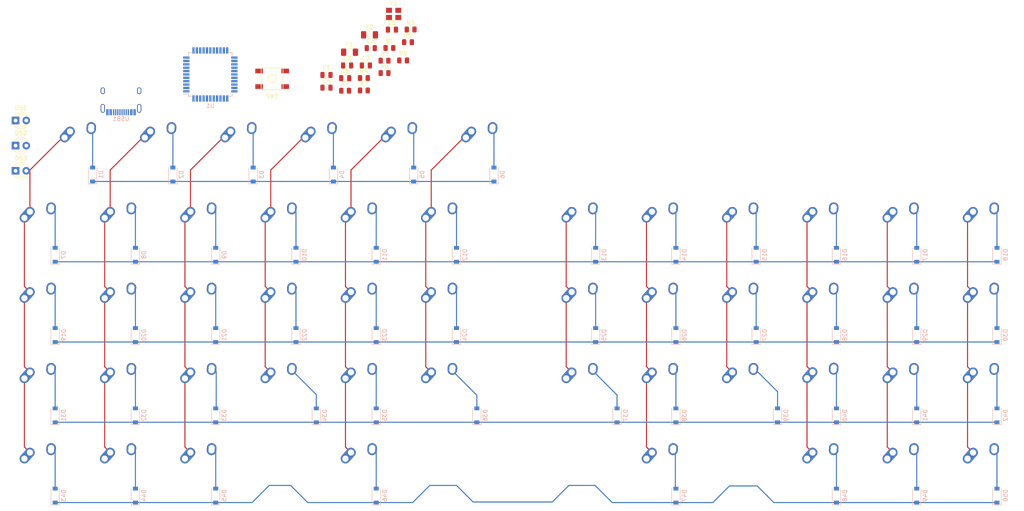
<source format=kicad_pcb>
(kicad_pcb (version 20171130) (host pcbnew "(5.1.4-0)")
  (layers (0 F.Cu signal) (31 B.Cu signal) (34 B.Paste user) (35 F.Paste user) (36 B.SilkS user) (37 F.SilkS user) (38 B.Mask user) (39 F.Mask user) (44 Edge.Cuts user))
  (net 0 "")
  (net 1 GND)
  (net 2 +5V)
  (net 3 "Net-(C3-Pad1)")
  (net 4 "Net-(C4-Pad1)")
  (net 5 "Net-(C5-Pad1)")
  (net 6 "Net-(D1-Pad2)")
  (net 7 ROW0)
  (net 8 "Net-(D2-Pad2)")
  (net 9 ROW1)
  (net 10 "Net-(D3-Pad2)")
  (net 11 "Net-(D4-Pad2)")
  (net 12 "Net-(D5-Pad2)")
  (net 13 ROW2)
  (net 14 "Net-(D6-Pad2)")
  (net 15 ROW3)
  (net 16 "Net-(D7-Pad2)")
  (net 17 "Net-(D8-Pad2)")
  (net 18 "Net-(D9-Pad2)")
  (net 19 "Net-(D10-Pad2)")
  (net 20 "Net-(D11-Pad2)")
  (net 21 "Net-(D12-Pad2)")
  (net 22 "Net-(D13-Pad2)")
  (net 23 "Net-(D14-Pad2)")
  (net 24 "Net-(D15-Pad2)")
  (net 25 "Net-(D16-Pad2)")
  (net 26 "Net-(D17-Pad2)")
  (net 27 "Net-(D18-Pad2)")
  (net 28 "Net-(D19-Pad2)")
  (net 29 "Net-(D20-Pad2)")
  (net 30 "Net-(D21-Pad2)")
  (net 31 "Net-(D22-Pad2)")
  (net 32 "Net-(D23-Pad2)")
  (net 33 "Net-(D24-Pad2)")
  (net 34 VCC)
  (net 35 COL0)
  (net 36 COL1)
  (net 37 COL2)
  (net 38 COL3)
  (net 39 COL4)
  (net 40 COL5)
  (net 41 D-)
  (net 42 "Net-(R1-Pad1)")
  (net 43 D+)
  (net 44 "Net-(R2-Pad1)")
  (net 45 "Net-(R3-Pad2)")
  (net 46 "Net-(R4-Pad2)")
  (net 47 "Net-(U1-Pad42)")
  (net 48 "Net-(U1-Pad38)")
  (net 49 "Net-(U1-Pad37)")
  (net 50 "Net-(U1-Pad36)")
  (net 51 "Net-(U1-Pad32)")
  (net 52 "Net-(U1-Pad31)")
  (net 53 "Net-(U1-Pad30)")
  (net 54 "Net-(U1-Pad29)")
  (net 55 "Net-(U1-Pad28)")
  (net 56 "Net-(U1-Pad27)")
  (net 57 "Net-(U1-Pad26)")
  (net 58 "Net-(U1-Pad25)")
  (net 59 "Net-(U1-Pad22)")
  (net 60 "Net-(U1-Pad21)")
  (net 61 "Net-(U1-Pad20)")
  (net 62 "Net-(U1-Pad19)")
  (net 63 "Net-(U1-Pad18)")
  (net 64 "Net-(U1-Pad12)")
  (net 65 "Net-(U1-Pad11)")
  (net 66 "Net-(U1-Pad10)")
  (net 67 "Net-(U1-Pad9)")
  (net 68 "Net-(U1-Pad8)")
  (net 69 "Net-(U1-Pad1)")
  (net 70 "Net-(D25-Pad2)")
  (net 71 "Net-(D26-Pad2)")
  (net 72 "Net-(D27-Pad2)")
  (net 73 "Net-(D28-Pad2)")
  (net 74 "Net-(D29-Pad2)")
  (net 75 "Net-(D30-Pad2)")
  (net 76 "Net-(D31-Pad2)")
  (net 77 "Net-(D32-Pad2)")
  (net 78 "Net-(D33-Pad2)")
  (net 79 "Net-(D34-Pad2)")
  (net 80 "Net-(D35-Pad2)")
  (net 81 "Net-(D36-Pad2)")
  (net 82 "Net-(D37-Pad2)")
  (net 83 "Net-(D38-Pad2)")
  (net 84 "Net-(D39-Pad2)")
  (net 85 "Net-(D40-Pad2)")
  (net 86 "Net-(D41-Pad2)")
  (net 87 "Net-(D42-Pad2)")
  (net 88 "Net-(D43-Pad2)")
  (net 89 ROW4)
  (net 90 "Net-(D44-Pad2)")
  (net 91 "Net-(D45-Pad2)")
  (net 92 "Net-(D46-Pad2)")
  (net 93 "Net-(D47-Pad2)")
  (net 94 "Net-(D48-Pad2)")
  (net 95 "Net-(D49-Pad2)")
  (net 96 COL6)
  (net 97 COL7)
  (net 98 COL8)
  (net 99 COL9)
  (net 100 COL10)
  (net 101 COL11)
  (net 102 "Net-(D50-Pad2)")
  (net 103 LED_1)
  (net 104 "Net-(D51-Pad1)")
  (net 105 LED_2)
  (net 106 "Net-(D52-Pad1)")
  (net 107 LED_3)
  (net 108 "Net-(D53-Pad1)")
  (net 109 "Net-(R8-Pad2)")
  (net 110 "Net-(R9-Pad1)")
  (net 111 "Net-(USB1-Pad3)")
  (net 112 "Net-(USB1-Pad9)")
  (module Crystal:Crystal_SMD_3225-4Pin_3.2x2.5mm (layer F.Cu) (at 117.159 6.201)
    (fp_text reference Y1 (at 0 -2.45) (layer F.SilkS))
    (fp_text value 16MHz)
    (pad 4 smd rect (at -1.1 -0.85) (size 1.4 1.2) (layers F.Cu F.Paste F.Mask) (net 1 GND))
    (pad 3 smd rect (at 1.1 -0.85) (size 1.4 1.2) (layers F.Cu F.Paste F.Mask) (net 5 "Net-(C5-Pad1)"))
    (pad 2 smd rect (at 1.1 0.85) (size 1.4 1.2) (layers F.Cu F.Paste F.Mask) (net 1 GND))
    (pad 1 smd rect (at -1.1 0.85) (size 1.4 1.2) (layers F.Cu F.Paste F.Mask) (net 4 "Net-(C4-Pad1)"))
  )
  (module Type-C:HRO-TYPE-C-31-M-12 (layer B.Cu) (at 52.451 21.844)
    (fp_text reference USB1 (at 0 9.25) (layer B.SilkS) (effects (justify mirror)))
    (fp_text value HRO-TYPE-C-31-M-12)
    (pad 12 smd rect (at 3.225 7.695) (size 0.6 1.45) (layers B.Cu B.Paste B.Mask) (net 1 GND))
    (pad 1 smd rect (at -3.225 7.695) (size 0.6 1.45) (layers B.Cu B.Paste B.Mask) (net 1 GND))
    (pad 11 smd rect (at 2.45 7.695) (size 0.6 1.45) (layers B.Cu B.Paste B.Mask) (net 34 VCC))
    (pad 2 smd rect (at -2.45 7.695) (size 0.6 1.45) (layers B.Cu B.Paste B.Mask) (net 34 VCC))
    (pad 3 smd rect (at -1.75 7.695) (size 0.3 1.45) (layers B.Cu B.Paste B.Mask) (net 111 "Net-(USB1-Pad3)"))
    (pad 10 smd rect (at 1.75 7.695) (size 0.3 1.45) (layers B.Cu B.Paste B.Mask) (net 110 "Net-(R9-Pad1)"))
    (pad 4 smd rect (at -1.25 7.695) (size 0.3 1.45) (layers B.Cu B.Paste B.Mask) (net 109 "Net-(R8-Pad2)"))
    (pad 9 smd rect (at 1.25 7.695) (size 0.3 1.45) (layers B.Cu B.Paste B.Mask) (net 112 "Net-(USB1-Pad9)"))
    (pad 5 smd rect (at -0.75 7.695) (size 0.3 1.45) (layers B.Cu B.Paste B.Mask) (net 41 D-))
    (pad 8 smd rect (at 0.75 7.695) (size 0.3 1.45) (layers B.Cu B.Paste B.Mask) (net 43 D+))
    (pad 7 smd rect (at 0.25 7.695) (size 0.3 1.45) (layers B.Cu B.Paste B.Mask) (net 41 D-))
    (pad 6 smd rect (at -0.25 7.695) (size 0.3 1.45) (layers B.Cu B.Paste B.Mask) (net 43 D+))
    (pad "" np_thru_hole circle (at 2.89 6.25) (size 0.65 0.65) (drill 0.65) (layers *.Cu *.Mask))
    (pad "" np_thru_hole circle (at -2.89 6.25) (size 0.65 0.65) (drill 0.65) (layers *.Cu *.Mask))
    (pad 13 thru_hole oval (at -4.32 6.78) (size 1 2.1) (drill oval 0.6 1.7) (layers *.Cu F.Mask) (net 1 GND))
    (pad 13 thru_hole oval (at 4.32 6.78) (size 1 2.1) (drill oval 0.6 1.7) (layers *.Cu F.Mask) (net 1 GND))
    (pad 13 thru_hole oval (at -4.32 2.6) (size 1 1.6) (drill oval 0.6 1.2) (layers *.Cu F.Mask) (net 1 GND))
    (pad 13 thru_hole oval (at 4.32 2.6) (size 1 1.6) (drill oval 0.6 1.2) (layers *.Cu F.Mask) (net 1 GND))
  )
  (module Package_QFP:TQFP-44_10x10mm_P0.8mm (layer B.Cu) (at 73.66 20.574)
    (fp_text reference U1 (at 0 7.45) (layer B.SilkS) (effects (justify mirror)))
    (fp_text value ATmega32U4-A)
    (pad 44 smd rect (at -4 5.7 270) (size 1.5 0.55) (layers B.Cu B.Paste B.Mask) (net 2 +5V))
    (pad 43 smd rect (at -3.2 5.7 270) (size 1.5 0.55) (layers B.Cu B.Paste B.Mask) (net 1 GND))
    (pad 42 smd rect (at -2.4 5.7 270) (size 1.5 0.55) (layers B.Cu B.Paste B.Mask) (net 47 "Net-(U1-Pad42)"))
    (pad 41 smd rect (at -1.6 5.7 270) (size 1.5 0.55) (layers B.Cu B.Paste B.Mask) (net 103 LED_1))
    (pad 40 smd rect (at -0.8 5.7 270) (size 1.5 0.55) (layers B.Cu B.Paste B.Mask) (net 105 LED_2))
    (pad 39 smd rect (at 0 5.7 270) (size 1.5 0.55) (layers B.Cu B.Paste B.Mask) (net 107 LED_3))
    (pad 38 smd rect (at 0.8 5.7 270) (size 1.5 0.55) (layers B.Cu B.Paste B.Mask) (net 48 "Net-(U1-Pad38)"))
    (pad 37 smd rect (at 1.6 5.7 270) (size 1.5 0.55) (layers B.Cu B.Paste B.Mask) (net 49 "Net-(U1-Pad37)"))
    (pad 36 smd rect (at 2.4 5.7 270) (size 1.5 0.55) (layers B.Cu B.Paste B.Mask) (net 50 "Net-(U1-Pad36)"))
    (pad 35 smd rect (at 3.2 5.7 270) (size 1.5 0.55) (layers B.Cu B.Paste B.Mask) (net 1 GND))
    (pad 34 smd rect (at 4 5.7 270) (size 1.5 0.55) (layers B.Cu B.Paste B.Mask) (net 2 +5V))
    (pad 33 smd rect (at 5.7 4) (size 1.5 0.55) (layers B.Cu B.Paste B.Mask) (net 46 "Net-(R4-Pad2)"))
    (pad 32 smd rect (at 5.7 3.2) (size 1.5 0.55) (layers B.Cu B.Paste B.Mask) (net 51 "Net-(U1-Pad32)"))
    (pad 31 smd rect (at 5.7 2.4) (size 1.5 0.55) (layers B.Cu B.Paste B.Mask) (net 52 "Net-(U1-Pad31)"))
    (pad 30 smd rect (at 5.7 1.6) (size 1.5 0.55) (layers B.Cu B.Paste B.Mask) (net 53 "Net-(U1-Pad30)"))
    (pad 29 smd rect (at 5.7 0.8) (size 1.5 0.55) (layers B.Cu B.Paste B.Mask) (net 54 "Net-(U1-Pad29)"))
    (pad 28 smd rect (at 5.7 0) (size 1.5 0.55) (layers B.Cu B.Paste B.Mask) (net 55 "Net-(U1-Pad28)"))
    (pad 27 smd rect (at 5.7 -0.8) (size 1.5 0.55) (layers B.Cu B.Paste B.Mask) (net 56 "Net-(U1-Pad27)"))
    (pad 26 smd rect (at 5.7 -1.6) (size 1.5 0.55) (layers B.Cu B.Paste B.Mask) (net 57 "Net-(U1-Pad26)"))
    (pad 25 smd rect (at 5.7 -2.4) (size 1.5 0.55) (layers B.Cu B.Paste B.Mask) (net 58 "Net-(U1-Pad25)"))
    (pad 24 smd rect (at 5.7 -3.2) (size 1.5 0.55) (layers B.Cu B.Paste B.Mask) (net 2 +5V))
    (pad 23 smd rect (at 5.7 -4) (size 1.5 0.55) (layers B.Cu B.Paste B.Mask) (net 1 GND))
    (pad 22 smd rect (at 4 -5.7 270) (size 1.5 0.55) (layers B.Cu B.Paste B.Mask) (net 59 "Net-(U1-Pad22)"))
    (pad 21 smd rect (at 3.2 -5.7 270) (size 1.5 0.55) (layers B.Cu B.Paste B.Mask) (net 60 "Net-(U1-Pad21)"))
    (pad 20 smd rect (at 2.4 -5.7 270) (size 1.5 0.55) (layers B.Cu B.Paste B.Mask) (net 61 "Net-(U1-Pad20)"))
    (pad 19 smd rect (at 1.6 -5.7 270) (size 1.5 0.55) (layers B.Cu B.Paste B.Mask) (net 62 "Net-(U1-Pad19)"))
    (pad 18 smd rect (at 0.8 -5.7 270) (size 1.5 0.55) (layers B.Cu B.Paste B.Mask) (net 63 "Net-(U1-Pad18)"))
    (pad 17 smd rect (at 0 -5.7 270) (size 1.5 0.55) (layers B.Cu B.Paste B.Mask) (net 4 "Net-(C4-Pad1)"))
    (pad 16 smd rect (at -0.8 -5.7 270) (size 1.5 0.55) (layers B.Cu B.Paste B.Mask) (net 5 "Net-(C5-Pad1)"))
    (pad 15 smd rect (at -1.6 -5.7 270) (size 1.5 0.55) (layers B.Cu B.Paste B.Mask) (net 1 GND))
    (pad 14 smd rect (at -2.4 -5.7 270) (size 1.5 0.55) (layers B.Cu B.Paste B.Mask) (net 2 +5V))
    (pad 13 smd rect (at -3.2 -5.7 270) (size 1.5 0.55) (layers B.Cu B.Paste B.Mask) (net 45 "Net-(R3-Pad2)"))
    (pad 12 smd rect (at -4 -5.7 270) (size 1.5 0.55) (layers B.Cu B.Paste B.Mask) (net 64 "Net-(U1-Pad12)"))
    (pad 11 smd rect (at -5.7 -4) (size 1.5 0.55) (layers B.Cu B.Paste B.Mask) (net 65 "Net-(U1-Pad11)"))
    (pad 10 smd rect (at -5.7 -3.2) (size 1.5 0.55) (layers B.Cu B.Paste B.Mask) (net 66 "Net-(U1-Pad10)"))
    (pad 9 smd rect (at -5.7 -2.4) (size 1.5 0.55) (layers B.Cu B.Paste B.Mask) (net 67 "Net-(U1-Pad9)"))
    (pad 8 smd rect (at -5.7 -1.6) (size 1.5 0.55) (layers B.Cu B.Paste B.Mask) (net 68 "Net-(U1-Pad8)"))
    (pad 7 smd rect (at -5.7 -0.8) (size 1.5 0.55) (layers B.Cu B.Paste B.Mask) (net 2 +5V))
    (pad 6 smd rect (at -5.7 0) (size 1.5 0.55) (layers B.Cu B.Paste B.Mask) (net 3 "Net-(C3-Pad1)"))
    (pad 5 smd rect (at -5.7 0.8) (size 1.5 0.55) (layers B.Cu B.Paste B.Mask) (net 1 GND))
    (pad 4 smd rect (at -5.7 1.6) (size 1.5 0.55) (layers B.Cu B.Paste B.Mask) (net 44 "Net-(R2-Pad1)"))
    (pad 3 smd rect (at -5.7 2.4) (size 1.5 0.55) (layers B.Cu B.Paste B.Mask) (net 42 "Net-(R1-Pad1)"))
    (pad 2 smd rect (at -5.7 3.2) (size 1.5 0.55) (layers B.Cu B.Paste B.Mask) (net 2 +5V))
    (pad 1 smd rect (at -5.7 4) (size 1.5 0.55) (layers B.Cu B.Paste B.Mask) (net 69 "Net-(U1-Pad1)"))
  )
  (module random-keyboard-parts:SKQG-1155865 (layer F.Cu) (at 88.319 21.601)
    (fp_text reference SW1 (at 0 4.064) (layer F.SilkS))
    (fp_text value SW_Push)
    (pad 4 smd rect (at -3.1 1.85) (size 1.8 1.1) (layers F.Cu F.Paste F.Mask))
    (pad 3 smd rect (at 3.1 -1.85) (size 1.8 1.1) (layers F.Cu F.Paste F.Mask))
    (pad 2 smd rect (at -3.1 -1.85) (size 1.8 1.1) (layers F.Cu F.Paste F.Mask) (net 45 "Net-(R3-Pad2)"))
    (pad 1 smd rect (at 3.1 1.85) (size 1.8 1.1) (layers F.Cu F.Paste F.Mask) (net 1 GND))
  )
  (module Resistor_SMD:R_0805_2012Metric (layer F.Cu) (at 119.409 17.241)
    (fp_text reference R9 (at 0 -1.65) (layer F.SilkS))
    (fp_text value 5.1K)
    (pad 2 smd roundrect (at 0.9125 0) (size 1.025 1.4) (layers F.Cu F.Paste F.Mask) (roundrect_rratio 0.243902) (net 1 GND))
    (pad 1 smd roundrect (at -0.9125 0) (size 1.025 1.4) (layers F.Cu F.Paste F.Mask) (roundrect_rratio 0.243902) (net 110 "Net-(R9-Pad1)"))
  )
  (module Resistor_SMD:R_0805_2012Metric (layer F.Cu) (at 114.999 20.251)
    (fp_text reference R8 (at 0 -1.65) (layer F.SilkS))
    (fp_text value 5.1K)
    (pad 2 smd roundrect (at 0.9125 0) (size 1.025 1.4) (layers F.Cu F.Paste F.Mask) (roundrect_rratio 0.243902) (net 109 "Net-(R8-Pad2)"))
    (pad 1 smd roundrect (at -0.9125 0) (size 1.025 1.4) (layers F.Cu F.Paste F.Mask) (roundrect_rratio 0.243902) (net 1 GND))
  )
  (module Resistor_SMD:R_0805_2012Metric (layer F.Cu) (at 110.099 24.371)
    (fp_text reference R7 (at 0 -1.65) (layer F.SilkS))
    (fp_text value 330)
    (pad 2 smd roundrect (at 0.9125 0) (size 1.025 1.4) (layers F.Cu F.Paste F.Mask) (roundrect_rratio 0.243902) (net 108 "Net-(D53-Pad1)"))
    (pad 1 smd roundrect (at -0.9125 0) (size 1.025 1.4) (layers F.Cu F.Paste F.Mask) (roundrect_rratio 0.243902) (net 1 GND))
  )
  (module Resistor_SMD:R_0805_2012Metric (layer F.Cu) (at 120.569 12.911)
    (fp_text reference R6 (at 0 -1.65) (layer F.SilkS))
    (fp_text value 330)
    (pad 2 smd roundrect (at 0.9125 0) (size 1.025 1.4) (layers F.Cu F.Paste F.Mask) (roundrect_rratio 0.243902) (net 106 "Net-(D52-Pad1)"))
    (pad 1 smd roundrect (at -0.9125 0) (size 1.025 1.4) (layers F.Cu F.Paste F.Mask) (roundrect_rratio 0.243902) (net 1 GND))
  )
  (module Resistor_SMD:R_0805_2012Metric (layer F.Cu) (at 114.999 17.301)
    (fp_text reference R5 (at 0 -1.65) (layer F.SilkS))
    (fp_text value 330)
    (pad 2 smd roundrect (at 0.9125 0) (size 1.025 1.4) (layers F.Cu F.Paste F.Mask) (roundrect_rratio 0.243902) (net 104 "Net-(D51-Pad1)"))
    (pad 1 smd roundrect (at -0.9125 0) (size 1.025 1.4) (layers F.Cu F.Paste F.Mask) (roundrect_rratio 0.243902) (net 1 GND))
  )
  (module Resistor_SMD:R_0805_2012Metric (layer F.Cu) (at 110.099 21.421)
    (fp_text reference R4 (at 0 -1.65) (layer F.SilkS))
    (fp_text value 10k)
    (pad 2 smd roundrect (at 0.9125 0) (size 1.025 1.4) (layers F.Cu F.Paste F.Mask) (roundrect_rratio 0.243902) (net 46 "Net-(R4-Pad2)"))
    (pad 1 smd roundrect (at -0.9125 0) (size 1.025 1.4) (layers F.Cu F.Paste F.Mask) (roundrect_rratio 0.243902) (net 1 GND))
  )
  (module Resistor_SMD:R_0805_2012Metric (layer F.Cu) (at 121.189 9.901)
    (fp_text reference R3 (at 0 -1.65) (layer F.SilkS))
    (fp_text value 10k)
    (pad 2 smd roundrect (at 0.9125 0) (size 1.025 1.4) (layers F.Cu F.Paste F.Mask) (roundrect_rratio 0.243902) (net 45 "Net-(R3-Pad2)"))
    (pad 1 smd roundrect (at -0.9125 0) (size 1.025 1.4) (layers F.Cu F.Paste F.Mask) (roundrect_rratio 0.243902) (net 2 +5V))
  )
  (module Resistor_SMD:R_0805_2012Metric (layer F.Cu) (at 105.649 24.431)
    (fp_text reference R2 (at 0 -1.65) (layer F.SilkS))
    (fp_text value 22)
    (pad 2 smd roundrect (at 0.9125 0) (size 1.025 1.4) (layers F.Cu F.Paste F.Mask) (roundrect_rratio 0.243902) (net 43 D+))
    (pad 1 smd roundrect (at -0.9125 0) (size 1.025 1.4) (layers F.Cu F.Paste F.Mask) (roundrect_rratio 0.243902) (net 44 "Net-(R2-Pad1)"))
  )
  (module Resistor_SMD:R_0805_2012Metric (layer F.Cu) (at 116.159 14.291)
    (fp_text reference R1 (at 0 -1.65) (layer F.SilkS))
    (fp_text value 22)
    (pad 2 smd roundrect (at 0.9125 0) (size 1.025 1.4) (layers F.Cu F.Paste F.Mask) (roundrect_rratio 0.243902) (net 41 D-))
    (pad 1 smd roundrect (at -0.9125 0) (size 1.025 1.4) (layers F.Cu F.Paste F.Mask) (roundrect_rratio 0.243902) (net 42 "Net-(R1-Pad1)"))
  )
  (module Fuse:Fuse_1206_3216Metric (layer F.Cu) (at 111.439 11.171)
    (fp_text reference F2 (at 0 -1.82) (layer F.SilkS))
    (fp_text value Polyfuse_Small)
    (pad 2 smd roundrect (at 1.4 0) (size 1.25 1.75) (layers F.Cu F.Paste F.Mask) (roundrect_rratio 0.2) (net 34 VCC))
    (pad 1 smd roundrect (at -1.4 0) (size 1.25 1.75) (layers F.Cu F.Paste F.Mask) (roundrect_rratio 0.2) (net 2 +5V))
  )
  (module Fuse:Fuse_1206_3216Metric (layer F.Cu) (at 106.699 15.291)
    (fp_text reference F1 (at 0 -1.82) (layer F.SilkS))
    (fp_text value Polyfuse_Small)
    (pad 2 smd roundrect (at 1.4 0) (size 1.25 1.75) (layers F.Cu F.Paste F.Mask) (roundrect_rratio 0.2) (net 34 VCC))
    (pad 1 smd roundrect (at -1.4 0) (size 1.25 1.75) (layers F.Cu F.Paste F.Mask) (roundrect_rratio 0.2) (net 2 +5V))
  )
  (module LED_THT:LED_D3.0mm (layer F.Cu) (at 27.432 43.434)
    (fp_text reference D53 (at 1.27 -2.96) (layer F.SilkS))
    (fp_text value LED)
    (pad 2 thru_hole circle (at 2.54 0) (size 1.8 1.8) (drill 0.9) (layers *.Cu *.Mask) (net 107 LED_3))
    (pad 1 thru_hole rect (at 0 0) (size 1.8 1.8) (drill 0.9) (layers *.Cu *.Mask) (net 108 "Net-(D53-Pad1)"))
  )
  (module LED_THT:LED_D3.0mm (layer F.Cu) (at 27.432 37.465)
    (fp_text reference D52 (at 1.27 -2.96) (layer F.SilkS))
    (fp_text value LED)
    (pad 2 thru_hole circle (at 2.54 0) (size 1.8 1.8) (drill 0.9) (layers *.Cu *.Mask) (net 105 LED_2))
    (pad 1 thru_hole rect (at 0 0) (size 1.8 1.8) (drill 0.9) (layers *.Cu *.Mask) (net 106 "Net-(D52-Pad1)"))
  )
  (module LED_THT:LED_D3.0mm (layer F.Cu) (at 27.432 31.496)
    (fp_text reference D51 (at 1.27 -2.96) (layer F.SilkS))
    (fp_text value LED)
    (pad 2 thru_hole circle (at 2.54 0) (size 1.8 1.8) (drill 0.9) (layers *.Cu *.Mask) (net 103 LED_1))
    (pad 1 thru_hole rect (at 0 0) (size 1.8 1.8) (drill 0.9) (layers *.Cu *.Mask) (net 104 "Net-(D51-Pad1)"))
  )
  (module Capacitor_SMD:C_0805_2012Metric (layer F.Cu) (at 110.569 18.441)
    (fp_text reference C7 (at 0 -1.68) (layer F.SilkS))
    (fp_text value 10uF)
    (pad 2 smd roundrect (at 0.95 0) (size 1 1.45) (layers F.Cu F.Paste F.Mask) (net 1 GND))
    (pad 1 smd roundrect (at -0.95 0) (size 1 1.45) (layers F.Cu F.Paste F.Mask) (net 2 +5V))
  )
  (module Capacitor_SMD:C_0805_2012Metric (layer F.Cu) (at 105.669 21.451)
    (fp_text reference C6 (at 0 -1.68) (layer F.SilkS))
    (fp_text value 0.1uF)
    (pad 2 smd roundrect (at 0.95 0) (size 1 1.45) (layers F.Cu F.Paste F.Mask) (net 1 GND))
    (pad 1 smd roundrect (at -0.95 0) (size 1 1.45) (layers F.Cu F.Paste F.Mask) (net 2 +5V))
  )
  (module Capacitor_SMD:C_0805_2012Metric (layer F.Cu) (at 116.759 9.931)
    (fp_text reference C5 (at 0 -1.68) (layer F.SilkS))
    (fp_text value 22pF)
    (pad 2 smd roundrect (at 0.95 0) (size 1 1.45) (layers F.Cu F.Paste F.Mask) (net 1 GND))
    (pad 1 smd roundrect (at -0.95 0) (size 1 1.45) (layers F.Cu F.Paste F.Mask) (net 5 "Net-(C5-Pad1)"))
  )
  (module Capacitor_SMD:C_0805_2012Metric (layer F.Cu) (at 101.219 23.711)
    (fp_text reference C4 (at 0 -1.68) (layer F.SilkS))
    (fp_text value 22pF)
    (pad 2 smd roundrect (at 0.95 0) (size 1 1.45) (layers F.Cu F.Paste F.Mask) (net 1 GND))
    (pad 1 smd roundrect (at -0.95 0) (size 1 1.45) (layers F.Cu F.Paste F.Mask) (net 4 "Net-(C4-Pad1)"))
  )
  (module Capacitor_SMD:C_0805_2012Metric (layer F.Cu) (at 111.729 14.321)
    (fp_text reference C3 (at 0 -1.68) (layer F.SilkS))
    (fp_text value 1uF)
    (pad 2 smd roundrect (at 0.95 0) (size 1 1.45) (layers F.Cu F.Paste F.Mask) (net 1 GND))
    (pad 1 smd roundrect (at -0.95 0) (size 1 1.45) (layers F.Cu F.Paste F.Mask) (net 3 "Net-(C3-Pad1)"))
  )
  (module Capacitor_SMD:C_0805_2012Metric (layer F.Cu) (at 106.119 18.441)
    (fp_text reference C2 (at 0 -1.68) (layer F.SilkS))
    (fp_text value 0.1uF)
    (pad 2 smd roundrect (at 0.95 0) (size 1 1.45) (layers F.Cu F.Paste F.Mask) (net 1 GND))
    (pad 1 smd roundrect (at -0.95 0) (size 1 1.45) (layers F.Cu F.Paste F.Mask) (net 2 +5V))
  )
  (module Capacitor_SMD:C_0805_2012Metric (layer F.Cu) (at 101.219 20.701)
    (fp_text reference C1 (at 0 -1.68) (layer F.SilkS))
    (fp_text value 0.1uF)
    (pad 2 smd roundrect (at 0.95 0) (size 1 1.45) (layers F.Cu F.Paste F.Mask) (net 1 GND))
    (pad 1 smd roundrect (at -0.95 0) (size 1 1.45) (layers F.Cu F.Paste F.Mask) (net 2 +5V))
  )
  (module MX_Alps_Hybrid:MX-1U-NoLED (layer F.Cu) (at 219.075 95.200399)
    (fp_text reference MX40)
    (fp_text value MX-NoLED)
    (pad "" np_thru_hole circle (at 5.08 0 48.0996) (size 1.75 1.75) (drill 1.75) (layers *.Cu *.Mask))
    (pad "" np_thru_hole circle (at -5.08 0 48.0996) (size 1.75 1.75) (drill 1.75) (layers *.Cu *.Mask))
    (pad 1 thru_hole circle (at -2.5 -4) (size 2.25 2.25) (drill 1.47) (layers *.Cu B.Mask) (net 99 COL9))
    (pad "" np_thru_hole circle (at 0 0) (size 3.9878 3.9878) (drill 3.9878) (layers *.Cu *.Mask))
    (pad 1 thru_hole oval (at -3.81 -2.54 48.0996) (size 4.211556 2.25) (drill 1.47 (offset 0.980778 0)) (layers *.Cu B.Mask) (net 99 COL9))
    (pad 2 thru_hole circle (at 2.54 -5.08) (size 2.25 2.25) (drill 1.47) (layers *.Cu B.Mask) (net 85 "Net-(D40-Pad2)"))
    (pad 2 thru_hole oval (at 2.5 -4.5 86.0548) (size 2.831378 2.25) (drill 1.47 (offset 0.290689 0)) (layers *.Cu B.Mask) (net 85 "Net-(D40-Pad2)"))
  )
  (module MX_Alps_Hybrid:MX-1U-NoLED (layer F.Cu) (at 257.175 114.3)
    (fp_text reference MX50)
    (fp_text value MX-NoLED)
    (pad "" np_thru_hole circle (at 5.08 0 48.0996) (size 1.75 1.75) (drill 1.75) (layers *.Cu *.Mask))
    (pad "" np_thru_hole circle (at -5.08 0 48.0996) (size 1.75 1.75) (drill 1.75) (layers *.Cu *.Mask))
    (pad 1 thru_hole circle (at -2.5 -4) (size 2.25 2.25) (drill 1.47) (layers *.Cu B.Mask) (net 101 COL11))
    (pad "" np_thru_hole circle (at 0 0) (size 3.9878 3.9878) (drill 3.9878) (layers *.Cu *.Mask))
    (pad 1 thru_hole oval (at -3.81 -2.54 48.0996) (size 4.211556 2.25) (drill 1.47 (offset 0.980778 0)) (layers *.Cu B.Mask) (net 101 COL11))
    (pad 2 thru_hole circle (at 2.54 -5.08) (size 2.25 2.25) (drill 1.47) (layers *.Cu B.Mask) (net 102 "Net-(D50-Pad2)"))
    (pad 2 thru_hole oval (at 2.5 -4.5 86.0548) (size 2.831378 2.25) (drill 1.47 (offset 0.290689 0)) (layers *.Cu B.Mask) (net 102 "Net-(D50-Pad2)"))
  )
  (module Diode_SMD:D_SOD-123 (layer B.Cu) (at 260.35 120.524 90)
    (fp_text reference D50 (at 0 2 90) (layer B.SilkS) (effects (justify mirror)))
    (fp_text value SOD-123)
    (pad 2 smd rect (at 1.65 0 90) (size 0.9 1.2) (layers B.Cu B.Paste B.Mask) (net 102 "Net-(D50-Pad2)"))
    (pad 1 smd rect (at -1.65 0 90) (size 0.9 1.2) (layers B.Cu B.Paste B.Mask) (net 89 ROW4))
  )
  (module MX_Alps_Hybrid:MX-1U-NoLED (layer F.Cu) (at 238.125 114.3)
    (fp_text reference MX49)
    (fp_text value MX-NoLED)
    (pad "" np_thru_hole circle (at 5.08 0 48.0996) (size 1.75 1.75) (drill 1.75) (layers *.Cu *.Mask))
    (pad "" np_thru_hole circle (at -5.08 0 48.0996) (size 1.75 1.75) (drill 1.75) (layers *.Cu *.Mask))
    (pad 1 thru_hole circle (at -2.5 -4) (size 2.25 2.25) (drill 1.47) (layers *.Cu B.Mask) (net 100 COL10))
    (pad "" np_thru_hole circle (at 0 0) (size 3.9878 3.9878) (drill 3.9878) (layers *.Cu *.Mask))
    (pad 1 thru_hole oval (at -3.81 -2.54 48.0996) (size 4.211556 2.25) (drill 1.47 (offset 0.980778 0)) (layers *.Cu B.Mask) (net 100 COL10))
    (pad 2 thru_hole circle (at 2.54 -5.08) (size 2.25 2.25) (drill 1.47) (layers *.Cu B.Mask) (net 95 "Net-(D49-Pad2)"))
    (pad 2 thru_hole oval (at 2.5 -4.5 86.0548) (size 2.831378 2.25) (drill 1.47 (offset 0.290689 0)) (layers *.Cu B.Mask) (net 95 "Net-(D49-Pad2)"))
  )
  (module MX_Alps_Hybrid:MX-1U-NoLED (layer F.Cu) (at 219.075 114.3)
    (fp_text reference MX48)
    (fp_text value MX-NoLED)
    (pad "" np_thru_hole circle (at 5.08 0 48.0996) (size 1.75 1.75) (drill 1.75) (layers *.Cu *.Mask))
    (pad "" np_thru_hole circle (at -5.08 0 48.0996) (size 1.75 1.75) (drill 1.75) (layers *.Cu *.Mask))
    (pad 1 thru_hole circle (at -2.5 -4) (size 2.25 2.25) (drill 1.47) (layers *.Cu B.Mask) (net 99 COL9))
    (pad "" np_thru_hole circle (at 0 0) (size 3.9878 3.9878) (drill 3.9878) (layers *.Cu *.Mask))
    (pad 1 thru_hole oval (at -3.81 -2.54 48.0996) (size 4.211556 2.25) (drill 1.47 (offset 0.980778 0)) (layers *.Cu B.Mask) (net 99 COL9))
    (pad 2 thru_hole circle (at 2.54 -5.08) (size 2.25 2.25) (drill 1.47) (layers *.Cu B.Mask) (net 94 "Net-(D48-Pad2)"))
    (pad 2 thru_hole oval (at 2.5 -4.5 86.0548) (size 2.831378 2.25) (drill 1.47 (offset 0.290689 0)) (layers *.Cu B.Mask) (net 94 "Net-(D48-Pad2)"))
  )
  (module MX_Alps_Hybrid:MX-3U-ReversedStabilizers-NoLED (layer F.Cu) (at 180.975 114.3)
    (fp_text reference MX47)
    (fp_text value MX-NoLED)
    (pad "" np_thru_hole circle (at 19.05 -8.255) (size 3.9878 3.9878) (drill 3.9878) (layers *.Cu *.Mask))
    (pad "" np_thru_hole circle (at -19.05 -8.255) (size 3.9878 3.9878) (drill 3.9878) (layers *.Cu *.Mask))
    (pad "" np_thru_hole circle (at 19.05 6.985) (size 3.048 3.048) (drill 3.048) (layers *.Cu *.Mask))
    (pad "" np_thru_hole circle (at -19.05 6.985) (size 3.048 3.048) (drill 3.048) (layers *.Cu *.Mask))
    (pad "" np_thru_hole circle (at 5.08 0 48.0996) (size 1.75 1.75) (drill 1.75) (layers *.Cu *.Mask))
    (pad "" np_thru_hole circle (at -5.08 0 48.0996) (size 1.75 1.75) (drill 1.75) (layers *.Cu *.Mask))
    (pad 1 thru_hole circle (at -2.5 -4) (size 2.25 2.25) (drill 1.47) (layers *.Cu B.Mask) (net 97 COL7))
    (pad "" np_thru_hole circle (at 0 0) (size 3.9878 3.9878) (drill 3.9878) (layers *.Cu *.Mask))
    (pad 1 thru_hole oval (at -3.81 -2.54 48.0996) (size 4.211556 2.25) (drill 1.47 (offset 0.980778 0)) (layers *.Cu B.Mask) (net 97 COL7))
    (pad 2 thru_hole circle (at 2.54 -5.08) (size 2.25 2.25) (drill 1.47) (layers *.Cu B.Mask) (net 93 "Net-(D47-Pad2)"))
    (pad 2 thru_hole oval (at 2.5 -4.5 86.0548) (size 2.831378 2.25) (drill 1.47 (offset 0.290689 0)) (layers *.Cu B.Mask) (net 93 "Net-(D47-Pad2)"))
  )
  (module MX_Alps_Hybrid:MX-3U-ReversedStabilizers-NoLED (layer F.Cu) (at 109.5375 114.3)
    (fp_text reference MX46)
    (fp_text value MX-NoLED)
    (pad "" np_thru_hole circle (at 19.05 -8.255) (size 3.9878 3.9878) (drill 3.9878) (layers *.Cu *.Mask))
    (pad "" np_thru_hole circle (at -19.05 -8.255) (size 3.9878 3.9878) (drill 3.9878) (layers *.Cu *.Mask))
    (pad "" np_thru_hole circle (at 19.05 6.985) (size 3.048 3.048) (drill 3.048) (layers *.Cu *.Mask))
    (pad "" np_thru_hole circle (at -19.05 6.985) (size 3.048 3.048) (drill 3.048) (layers *.Cu *.Mask))
    (pad "" np_thru_hole circle (at 5.08 0 48.0996) (size 1.75 1.75) (drill 1.75) (layers *.Cu *.Mask))
    (pad "" np_thru_hole circle (at -5.08 0 48.0996) (size 1.75 1.75) (drill 1.75) (layers *.Cu *.Mask))
    (pad 1 thru_hole circle (at -2.5 -4) (size 2.25 2.25) (drill 1.47) (layers *.Cu B.Mask) (net 39 COL4))
    (pad "" np_thru_hole circle (at 0 0) (size 3.9878 3.9878) (drill 3.9878) (layers *.Cu *.Mask))
    (pad 1 thru_hole oval (at -3.81 -2.54 48.0996) (size 4.211556 2.25) (drill 1.47 (offset 0.980778 0)) (layers *.Cu B.Mask) (net 39 COL4))
    (pad 2 thru_hole circle (at 2.54 -5.08) (size 2.25 2.25) (drill 1.47) (layers *.Cu B.Mask) (net 92 "Net-(D46-Pad2)"))
    (pad 2 thru_hole oval (at 2.5 -4.5 86.0548) (size 2.831378 2.25) (drill 1.47 (offset 0.290689 0)) (layers *.Cu B.Mask) (net 92 "Net-(D46-Pad2)"))
  )
  (module MX_Alps_Hybrid:MX-1U-NoLED (layer F.Cu) (at 71.4375 114.3)
    (fp_text reference MX45)
    (fp_text value MX-NoLED)
    (pad "" np_thru_hole circle (at 5.08 0 48.0996) (size 1.75 1.75) (drill 1.75) (layers *.Cu *.Mask))
    (pad "" np_thru_hole circle (at -5.08 0 48.0996) (size 1.75 1.75) (drill 1.75) (layers *.Cu *.Mask))
    (pad 1 thru_hole circle (at -2.5 -4) (size 2.25 2.25) (drill 1.47) (layers *.Cu B.Mask) (net 37 COL2))
    (pad "" np_thru_hole circle (at 0 0) (size 3.9878 3.9878) (drill 3.9878) (layers *.Cu *.Mask))
    (pad 1 thru_hole oval (at -3.81 -2.54 48.0996) (size 4.211556 2.25) (drill 1.47 (offset 0.980778 0)) (layers *.Cu B.Mask) (net 37 COL2))
    (pad 2 thru_hole circle (at 2.54 -5.08) (size 2.25 2.25) (drill 1.47) (layers *.Cu B.Mask) (net 91 "Net-(D45-Pad2)"))
    (pad 2 thru_hole oval (at 2.5 -4.5 86.0548) (size 2.831378 2.25) (drill 1.47 (offset 0.290689 0)) (layers *.Cu B.Mask) (net 91 "Net-(D45-Pad2)"))
  )
  (module MX_Alps_Hybrid:MX-1U-NoLED (layer F.Cu) (at 52.3875 114.3)
    (fp_text reference MX44)
    (fp_text value MX-NoLED)
    (pad "" np_thru_hole circle (at 5.08 0 48.0996) (size 1.75 1.75) (drill 1.75) (layers *.Cu *.Mask))
    (pad "" np_thru_hole circle (at -5.08 0 48.0996) (size 1.75 1.75) (drill 1.75) (layers *.Cu *.Mask))
    (pad 1 thru_hole circle (at -2.5 -4) (size 2.25 2.25) (drill 1.47) (layers *.Cu B.Mask) (net 36 COL1))
    (pad "" np_thru_hole circle (at 0 0) (size 3.9878 3.9878) (drill 3.9878) (layers *.Cu *.Mask))
    (pad 1 thru_hole oval (at -3.81 -2.54 48.0996) (size 4.211556 2.25) (drill 1.47 (offset 0.980778 0)) (layers *.Cu B.Mask) (net 36 COL1))
    (pad 2 thru_hole circle (at 2.54 -5.08) (size 2.25 2.25) (drill 1.47) (layers *.Cu B.Mask) (net 90 "Net-(D44-Pad2)"))
    (pad 2 thru_hole oval (at 2.5 -4.5 86.0548) (size 2.831378 2.25) (drill 1.47 (offset 0.290689 0)) (layers *.Cu B.Mask) (net 90 "Net-(D44-Pad2)"))
  )
  (module MX_Alps_Hybrid:MX-1U-NoLED (layer F.Cu) (at 33.3375 114.3)
    (fp_text reference MX43)
    (fp_text value MX-NoLED)
    (pad "" np_thru_hole circle (at 5.08 0 48.0996) (size 1.75 1.75) (drill 1.75) (layers *.Cu *.Mask))
    (pad "" np_thru_hole circle (at -5.08 0 48.0996) (size 1.75 1.75) (drill 1.75) (layers *.Cu *.Mask))
    (pad 1 thru_hole circle (at -2.5 -4) (size 2.25 2.25) (drill 1.47) (layers *.Cu B.Mask) (net 35 COL0))
    (pad "" np_thru_hole circle (at 0 0) (size 3.9878 3.9878) (drill 3.9878) (layers *.Cu *.Mask))
    (pad 1 thru_hole oval (at -3.81 -2.54 48.0996) (size 4.211556 2.25) (drill 1.47 (offset 0.980778 0)) (layers *.Cu B.Mask) (net 35 COL0))
    (pad 2 thru_hole circle (at 2.54 -5.08) (size 2.25 2.25) (drill 1.47) (layers *.Cu B.Mask) (net 88 "Net-(D43-Pad2)"))
    (pad 2 thru_hole oval (at 2.5 -4.5 86.0548) (size 2.831378 2.25) (drill 1.47 (offset 0.290689 0)) (layers *.Cu B.Mask) (net 88 "Net-(D43-Pad2)"))
  )
  (module MX_Alps_Hybrid:MX-1U-NoLED (layer F.Cu) (at 257.175 95.25)
    (fp_text reference MX42)
    (fp_text value MX-NoLED)
    (pad "" np_thru_hole circle (at 5.08 0 48.0996) (size 1.75 1.75) (drill 1.75) (layers *.Cu *.Mask))
    (pad "" np_thru_hole circle (at -5.08 0 48.0996) (size 1.75 1.75) (drill 1.75) (layers *.Cu *.Mask))
    (pad 1 thru_hole circle (at -2.5 -4) (size 2.25 2.25) (drill 1.47) (layers *.Cu B.Mask) (net 101 COL11))
    (pad "" np_thru_hole circle (at 0 0) (size 3.9878 3.9878) (drill 3.9878) (layers *.Cu *.Mask))
    (pad 1 thru_hole oval (at -3.81 -2.54 48.0996) (size 4.211556 2.25) (drill 1.47 (offset 0.980778 0)) (layers *.Cu B.Mask) (net 101 COL11))
    (pad 2 thru_hole circle (at 2.54 -5.08) (size 2.25 2.25) (drill 1.47) (layers *.Cu B.Mask) (net 87 "Net-(D42-Pad2)"))
    (pad 2 thru_hole oval (at 2.5 -4.5 86.0548) (size 2.831378 2.25) (drill 1.47 (offset 0.290689 0)) (layers *.Cu B.Mask) (net 87 "Net-(D42-Pad2)"))
  )
  (module MX_Alps_Hybrid:MX-1U-NoLED (layer F.Cu) (at 238.125 95.25)
    (fp_text reference MX41)
    (fp_text value MX-NoLED)
    (pad "" np_thru_hole circle (at 5.08 0 48.0996) (size 1.75 1.75) (drill 1.75) (layers *.Cu *.Mask))
    (pad "" np_thru_hole circle (at -5.08 0 48.0996) (size 1.75 1.75) (drill 1.75) (layers *.Cu *.Mask))
    (pad 1 thru_hole circle (at -2.5 -4) (size 2.25 2.25) (drill 1.47) (layers *.Cu B.Mask) (net 100 COL10))
    (pad "" np_thru_hole circle (at 0 0) (size 3.9878 3.9878) (drill 3.9878) (layers *.Cu *.Mask))
    (pad 1 thru_hole oval (at -3.81 -2.54 48.0996) (size 4.211556 2.25) (drill 1.47 (offset 0.980778 0)) (layers *.Cu B.Mask) (net 100 COL10))
    (pad 2 thru_hole circle (at 2.54 -5.08) (size 2.25 2.25) (drill 1.47) (layers *.Cu B.Mask) (net 86 "Net-(D41-Pad2)"))
    (pad 2 thru_hole oval (at 2.5 -4.5 86.0548) (size 2.831378 2.25) (drill 1.47 (offset 0.290689 0)) (layers *.Cu B.Mask) (net 86 "Net-(D41-Pad2)"))
  )
  (module MX_Alps_Hybrid:MX-1U-NoLED (layer F.Cu) (at 200.025 95.25)
    (fp_text reference MX39)
    (fp_text value MX-NoLED)
    (pad "" np_thru_hole circle (at 5.08 0 48.0996) (size 1.75 1.75) (drill 1.75) (layers *.Cu *.Mask))
    (pad "" np_thru_hole circle (at -5.08 0 48.0996) (size 1.75 1.75) (drill 1.75) (layers *.Cu *.Mask))
    (pad 1 thru_hole circle (at -2.5 -4) (size 2.25 2.25) (drill 1.47) (layers *.Cu B.Mask) (net 98 COL8))
    (pad "" np_thru_hole circle (at 0 0) (size 3.9878 3.9878) (drill 3.9878) (layers *.Cu *.Mask))
    (pad 1 thru_hole oval (at -3.81 -2.54 48.0996) (size 4.211556 2.25) (drill 1.47 (offset 0.980778 0)) (layers *.Cu B.Mask) (net 98 COL8))
    (pad 2 thru_hole circle (at 2.54 -5.08) (size 2.25 2.25) (drill 1.47) (layers *.Cu B.Mask) (net 84 "Net-(D39-Pad2)"))
    (pad 2 thru_hole oval (at 2.5 -4.5 86.0548) (size 2.831378 2.25) (drill 1.47 (offset 0.290689 0)) (layers *.Cu B.Mask) (net 84 "Net-(D39-Pad2)"))
  )
  (module MX_Alps_Hybrid:MX-1U-NoLED (layer F.Cu) (at 180.975 95.25)
    (fp_text reference MX38)
    (fp_text value MX-NoLED)
    (pad "" np_thru_hole circle (at 5.08 0 48.0996) (size 1.75 1.75) (drill 1.75) (layers *.Cu *.Mask))
    (pad "" np_thru_hole circle (at -5.08 0 48.0996) (size 1.75 1.75) (drill 1.75) (layers *.Cu *.Mask))
    (pad 1 thru_hole circle (at -2.5 -4) (size 2.25 2.25) (drill 1.47) (layers *.Cu B.Mask) (net 97 COL7))
    (pad "" np_thru_hole circle (at 0 0) (size 3.9878 3.9878) (drill 3.9878) (layers *.Cu *.Mask))
    (pad 1 thru_hole oval (at -3.81 -2.54 48.0996) (size 4.211556 2.25) (drill 1.47 (offset 0.980778 0)) (layers *.Cu B.Mask) (net 97 COL7))
    (pad 2 thru_hole circle (at 2.54 -5.08) (size 2.25 2.25) (drill 1.47) (layers *.Cu B.Mask) (net 83 "Net-(D38-Pad2)"))
    (pad 2 thru_hole oval (at 2.5 -4.5 86.0548) (size 2.831378 2.25) (drill 1.47 (offset 0.290689 0)) (layers *.Cu B.Mask) (net 83 "Net-(D38-Pad2)"))
  )
  (module MX_Alps_Hybrid:MX-1U-NoLED (layer F.Cu) (at 161.925 95.25)
    (fp_text reference MX37)
    (fp_text value MX-NoLED)
    (pad "" np_thru_hole circle (at 5.08 0 48.0996) (size 1.75 1.75) (drill 1.75) (layers *.Cu *.Mask))
    (pad "" np_thru_hole circle (at -5.08 0 48.0996) (size 1.75 1.75) (drill 1.75) (layers *.Cu *.Mask))
    (pad 1 thru_hole circle (at -2.5 -4) (size 2.25 2.25) (drill 1.47) (layers *.Cu B.Mask) (net 96 COL6))
    (pad "" np_thru_hole circle (at 0 0) (size 3.9878 3.9878) (drill 3.9878) (layers *.Cu *.Mask))
    (pad 1 thru_hole oval (at -3.81 -2.54 48.0996) (size 4.211556 2.25) (drill 1.47 (offset 0.980778 0)) (layers *.Cu B.Mask) (net 96 COL6))
    (pad 2 thru_hole circle (at 2.54 -5.08) (size 2.25 2.25) (drill 1.47) (layers *.Cu B.Mask) (net 82 "Net-(D37-Pad2)"))
    (pad 2 thru_hole oval (at 2.5 -4.5 86.0548) (size 2.831378 2.25) (drill 1.47 (offset 0.290689 0)) (layers *.Cu B.Mask) (net 82 "Net-(D37-Pad2)"))
  )
  (module MX_Alps_Hybrid:MX-1U-NoLED (layer F.Cu) (at 128.5875 95.25)
    (fp_text reference MX36)
    (fp_text value MX-NoLED)
    (pad "" np_thru_hole circle (at 5.08 0 48.0996) (size 1.75 1.75) (drill 1.75) (layers *.Cu *.Mask))
    (pad "" np_thru_hole circle (at -5.08 0 48.0996) (size 1.75 1.75) (drill 1.75) (layers *.Cu *.Mask))
    (pad 1 thru_hole circle (at -2.5 -4) (size 2.25 2.25) (drill 1.47) (layers *.Cu B.Mask) (net 40 COL5))
    (pad "" np_thru_hole circle (at 0 0) (size 3.9878 3.9878) (drill 3.9878) (layers *.Cu *.Mask))
    (pad 1 thru_hole oval (at -3.81 -2.54 48.0996) (size 4.211556 2.25) (drill 1.47 (offset 0.980778 0)) (layers *.Cu B.Mask) (net 40 COL5))
    (pad 2 thru_hole circle (at 2.54 -5.08) (size 2.25 2.25) (drill 1.47) (layers *.Cu B.Mask) (net 81 "Net-(D36-Pad2)"))
    (pad 2 thru_hole oval (at 2.5 -4.5 86.0548) (size 2.831378 2.25) (drill 1.47 (offset 0.290689 0)) (layers *.Cu B.Mask) (net 81 "Net-(D36-Pad2)"))
  )
  (module MX_Alps_Hybrid:MX-1U-NoLED (layer F.Cu) (at 109.5375 95.25)
    (fp_text reference MX35)
    (fp_text value MX-NoLED)
    (pad "" np_thru_hole circle (at 5.08 0 48.0996) (size 1.75 1.75) (drill 1.75) (layers *.Cu *.Mask))
    (pad "" np_thru_hole circle (at -5.08 0 48.0996) (size 1.75 1.75) (drill 1.75) (layers *.Cu *.Mask))
    (pad 1 thru_hole circle (at -2.5 -4) (size 2.25 2.25) (drill 1.47) (layers *.Cu B.Mask) (net 39 COL4))
    (pad "" np_thru_hole circle (at 0 0) (size 3.9878 3.9878) (drill 3.9878) (layers *.Cu *.Mask))
    (pad 1 thru_hole oval (at -3.81 -2.54 48.0996) (size 4.211556 2.25) (drill 1.47 (offset 0.980778 0)) (layers *.Cu B.Mask) (net 39 COL4))
    (pad 2 thru_hole circle (at 2.54 -5.08) (size 2.25 2.25) (drill 1.47) (layers *.Cu B.Mask) (net 80 "Net-(D35-Pad2)"))
    (pad 2 thru_hole oval (at 2.5 -4.5 86.0548) (size 2.831378 2.25) (drill 1.47 (offset 0.290689 0)) (layers *.Cu B.Mask) (net 80 "Net-(D35-Pad2)"))
  )
  (module MX_Alps_Hybrid:MX-1U-NoLED (layer F.Cu) (at 90.4875 95.25)
    (fp_text reference MX34)
    (fp_text value MX-NoLED)
    (pad "" np_thru_hole circle (at 5.08 0 48.0996) (size 1.75 1.75) (drill 1.75) (layers *.Cu *.Mask))
    (pad "" np_thru_hole circle (at -5.08 0 48.0996) (size 1.75 1.75) (drill 1.75) (layers *.Cu *.Mask))
    (pad 1 thru_hole circle (at -2.5 -4) (size 2.25 2.25) (drill 1.47) (layers *.Cu B.Mask) (net 38 COL3))
    (pad "" np_thru_hole circle (at 0 0) (size 3.9878 3.9878) (drill 3.9878) (layers *.Cu *.Mask))
    (pad 1 thru_hole oval (at -3.81 -2.54 48.0996) (size 4.211556 2.25) (drill 1.47 (offset 0.980778 0)) (layers *.Cu B.Mask) (net 38 COL3))
    (pad 2 thru_hole circle (at 2.54 -5.08) (size 2.25 2.25) (drill 1.47) (layers *.Cu B.Mask) (net 79 "Net-(D34-Pad2)"))
    (pad 2 thru_hole oval (at 2.5 -4.5 86.0548) (size 2.831378 2.25) (drill 1.47 (offset 0.290689 0)) (layers *.Cu B.Mask) (net 79 "Net-(D34-Pad2)"))
  )
  (module MX_Alps_Hybrid:MX-1U-NoLED (layer F.Cu) (at 71.4375 95.25)
    (fp_text reference MX33)
    (fp_text value MX-NoLED)
    (pad "" np_thru_hole circle (at 5.08 0 48.0996) (size 1.75 1.75) (drill 1.75) (layers *.Cu *.Mask))
    (pad "" np_thru_hole circle (at -5.08 0 48.0996) (size 1.75 1.75) (drill 1.75) (layers *.Cu *.Mask))
    (pad 1 thru_hole circle (at -2.5 -4) (size 2.25 2.25) (drill 1.47) (layers *.Cu B.Mask) (net 37 COL2))
    (pad "" np_thru_hole circle (at 0 0) (size 3.9878 3.9878) (drill 3.9878) (layers *.Cu *.Mask))
    (pad 1 thru_hole oval (at -3.81 -2.54 48.0996) (size 4.211556 2.25) (drill 1.47 (offset 0.980778 0)) (layers *.Cu B.Mask) (net 37 COL2))
    (pad 2 thru_hole circle (at 2.54 -5.08) (size 2.25 2.25) (drill 1.47) (layers *.Cu B.Mask) (net 78 "Net-(D33-Pad2)"))
    (pad 2 thru_hole oval (at 2.5 -4.5 86.0548) (size 2.831378 2.25) (drill 1.47 (offset 0.290689 0)) (layers *.Cu B.Mask) (net 78 "Net-(D33-Pad2)"))
  )
  (module MX_Alps_Hybrid:MX-1U-NoLED (layer F.Cu) (at 52.3875 95.25)
    (fp_text reference MX32)
    (fp_text value MX-NoLED)
    (pad "" np_thru_hole circle (at 5.08 0 48.0996) (size 1.75 1.75) (drill 1.75) (layers *.Cu *.Mask))
    (pad "" np_thru_hole circle (at -5.08 0 48.0996) (size 1.75 1.75) (drill 1.75) (layers *.Cu *.Mask))
    (pad 1 thru_hole circle (at -2.5 -4) (size 2.25 2.25) (drill 1.47) (layers *.Cu B.Mask) (net 36 COL1))
    (pad "" np_thru_hole circle (at 0 0) (size 3.9878 3.9878) (drill 3.9878) (layers *.Cu *.Mask))
    (pad 1 thru_hole oval (at -3.81 -2.54 48.0996) (size 4.211556 2.25) (drill 1.47 (offset 0.980778 0)) (layers *.Cu B.Mask) (net 36 COL1))
    (pad 2 thru_hole circle (at 2.54 -5.08) (size 2.25 2.25) (drill 1.47) (layers *.Cu B.Mask) (net 77 "Net-(D32-Pad2)"))
    (pad 2 thru_hole oval (at 2.5 -4.5 86.0548) (size 2.831378 2.25) (drill 1.47 (offset 0.290689 0)) (layers *.Cu B.Mask) (net 77 "Net-(D32-Pad2)"))
  )
  (module MX_Alps_Hybrid:MX-1U-NoLED (layer F.Cu) (at 33.3375 95.25)
    (fp_text reference MX31)
    (fp_text value MX-NoLED)
    (pad "" np_thru_hole circle (at 5.08 0 48.0996) (size 1.75 1.75) (drill 1.75) (layers *.Cu *.Mask))
    (pad "" np_thru_hole circle (at -5.08 0 48.0996) (size 1.75 1.75) (drill 1.75) (layers *.Cu *.Mask))
    (pad 1 thru_hole circle (at -2.5 -4) (size 2.25 2.25) (drill 1.47) (layers *.Cu B.Mask) (net 35 COL0))
    (pad "" np_thru_hole circle (at 0 0) (size 3.9878 3.9878) (drill 3.9878) (layers *.Cu *.Mask))
    (pad 1 thru_hole oval (at -3.81 -2.54 48.0996) (size 4.211556 2.25) (drill 1.47 (offset 0.980778 0)) (layers *.Cu B.Mask) (net 35 COL0))
    (pad 2 thru_hole circle (at 2.54 -5.08) (size 2.25 2.25) (drill 1.47) (layers *.Cu B.Mask) (net 76 "Net-(D31-Pad2)"))
    (pad 2 thru_hole oval (at 2.5 -4.5 86.0548) (size 2.831378 2.25) (drill 1.47 (offset 0.290689 0)) (layers *.Cu B.Mask) (net 76 "Net-(D31-Pad2)"))
  )
  (module MX_Alps_Hybrid:MX-1U-NoLED (layer F.Cu) (at 257.175 76.2)
    (fp_text reference MX30)
    (fp_text value MX-NoLED)
    (pad "" np_thru_hole circle (at 5.08 0 48.0996) (size 1.75 1.75) (drill 1.75) (layers *.Cu *.Mask))
    (pad "" np_thru_hole circle (at -5.08 0 48.0996) (size 1.75 1.75) (drill 1.75) (layers *.Cu *.Mask))
    (pad 1 thru_hole circle (at -2.5 -4) (size 2.25 2.25) (drill 1.47) (layers *.Cu B.Mask) (net 101 COL11))
    (pad "" np_thru_hole circle (at 0 0) (size 3.9878 3.9878) (drill 3.9878) (layers *.Cu *.Mask))
    (pad 1 thru_hole oval (at -3.81 -2.54 48.0996) (size 4.211556 2.25) (drill 1.47 (offset 0.980778 0)) (layers *.Cu B.Mask) (net 101 COL11))
    (pad 2 thru_hole circle (at 2.54 -5.08) (size 2.25 2.25) (drill 1.47) (layers *.Cu B.Mask) (net 75 "Net-(D30-Pad2)"))
    (pad 2 thru_hole oval (at 2.5 -4.5 86.0548) (size 2.831378 2.25) (drill 1.47 (offset 0.290689 0)) (layers *.Cu B.Mask) (net 75 "Net-(D30-Pad2)"))
  )
  (module MX_Alps_Hybrid:MX-1U-NoLED (layer F.Cu) (at 238.125 76.2)
    (fp_text reference MX29)
    (fp_text value MX-NoLED)
    (pad "" np_thru_hole circle (at 5.08 0 48.0996) (size 1.75 1.75) (drill 1.75) (layers *.Cu *.Mask))
    (pad "" np_thru_hole circle (at -5.08 0 48.0996) (size 1.75 1.75) (drill 1.75) (layers *.Cu *.Mask))
    (pad 1 thru_hole circle (at -2.5 -4) (size 2.25 2.25) (drill 1.47) (layers *.Cu B.Mask) (net 100 COL10))
    (pad "" np_thru_hole circle (at 0 0) (size 3.9878 3.9878) (drill 3.9878) (layers *.Cu *.Mask))
    (pad 1 thru_hole oval (at -3.81 -2.54 48.0996) (size 4.211556 2.25) (drill 1.47 (offset 0.980778 0)) (layers *.Cu B.Mask) (net 100 COL10))
    (pad 2 thru_hole circle (at 2.54 -5.08) (size 2.25 2.25) (drill 1.47) (layers *.Cu B.Mask) (net 74 "Net-(D29-Pad2)"))
    (pad 2 thru_hole oval (at 2.5 -4.5 86.0548) (size 2.831378 2.25) (drill 1.47 (offset 0.290689 0)) (layers *.Cu B.Mask) (net 74 "Net-(D29-Pad2)"))
  )
  (module MX_Alps_Hybrid:MX-1U-NoLED (layer F.Cu) (at 219.075 76.2)
    (fp_text reference MX28)
    (fp_text value MX-NoLED)
    (pad "" np_thru_hole circle (at 5.08 0 48.0996) (size 1.75 1.75) (drill 1.75) (layers *.Cu *.Mask))
    (pad "" np_thru_hole circle (at -5.08 0 48.0996) (size 1.75 1.75) (drill 1.75) (layers *.Cu *.Mask))
    (pad 1 thru_hole circle (at -2.5 -4) (size 2.25 2.25) (drill 1.47) (layers *.Cu B.Mask) (net 99 COL9))
    (pad "" np_thru_hole circle (at 0 0) (size 3.9878 3.9878) (drill 3.9878) (layers *.Cu *.Mask))
    (pad 1 thru_hole oval (at -3.81 -2.54 48.0996) (size 4.211556 2.25) (drill 1.47 (offset 0.980778 0)) (layers *.Cu B.Mask) (net 99 COL9))
    (pad 2 thru_hole circle (at 2.54 -5.08) (size 2.25 2.25) (drill 1.47) (layers *.Cu B.Mask) (net 73 "Net-(D28-Pad2)"))
    (pad 2 thru_hole oval (at 2.5 -4.5 86.0548) (size 2.831378 2.25) (drill 1.47 (offset 0.290689 0)) (layers *.Cu B.Mask) (net 73 "Net-(D28-Pad2)"))
  )
  (module MX_Alps_Hybrid:MX-1U-NoLED (layer F.Cu) (at 200.025 76.2)
    (fp_text reference MX27)
    (fp_text value MX-NoLED)
    (pad "" np_thru_hole circle (at 5.08 0 48.0996) (size 1.75 1.75) (drill 1.75) (layers *.Cu *.Mask))
    (pad "" np_thru_hole circle (at -5.08 0 48.0996) (size 1.75 1.75) (drill 1.75) (layers *.Cu *.Mask))
    (pad 1 thru_hole circle (at -2.5 -4) (size 2.25 2.25) (drill 1.47) (layers *.Cu B.Mask) (net 98 COL8))
    (pad "" np_thru_hole circle (at 0 0) (size 3.9878 3.9878) (drill 3.9878) (layers *.Cu *.Mask))
    (pad 1 thru_hole oval (at -3.81 -2.54 48.0996) (size 4.211556 2.25) (drill 1.47 (offset 0.980778 0)) (layers *.Cu B.Mask) (net 98 COL8))
    (pad 2 thru_hole circle (at 2.54 -5.08) (size 2.25 2.25) (drill 1.47) (layers *.Cu B.Mask) (net 72 "Net-(D27-Pad2)"))
    (pad 2 thru_hole oval (at 2.5 -4.5 86.0548) (size 2.831378 2.25) (drill 1.47 (offset 0.290689 0)) (layers *.Cu B.Mask) (net 72 "Net-(D27-Pad2)"))
  )
  (module MX_Alps_Hybrid:MX-1U-NoLED (layer F.Cu) (at 180.975 76.2)
    (fp_text reference MX26)
    (fp_text value MX-NoLED)
    (pad "" np_thru_hole circle (at 5.08 0 48.0996) (size 1.75 1.75) (drill 1.75) (layers *.Cu *.Mask))
    (pad "" np_thru_hole circle (at -5.08 0 48.0996) (size 1.75 1.75) (drill 1.75) (layers *.Cu *.Mask))
    (pad 1 thru_hole circle (at -2.5 -4) (size 2.25 2.25) (drill 1.47) (layers *.Cu B.Mask) (net 97 COL7))
    (pad "" np_thru_hole circle (at 0 0) (size 3.9878 3.9878) (drill 3.9878) (layers *.Cu *.Mask))
    (pad 1 thru_hole oval (at -3.81 -2.54 48.0996) (size 4.211556 2.25) (drill 1.47 (offset 0.980778 0)) (layers *.Cu B.Mask) (net 97 COL7))
    (pad 2 thru_hole circle (at 2.54 -5.08) (size 2.25 2.25) (drill 1.47) (layers *.Cu B.Mask) (net 71 "Net-(D26-Pad2)"))
    (pad 2 thru_hole oval (at 2.5 -4.5 86.0548) (size 2.831378 2.25) (drill 1.47 (offset 0.290689 0)) (layers *.Cu B.Mask) (net 71 "Net-(D26-Pad2)"))
  )
  (module MX_Alps_Hybrid:MX-1U-NoLED (layer F.Cu) (at 161.925 76.2)
    (fp_text reference MX25)
    (fp_text value MX-NoLED)
    (pad "" np_thru_hole circle (at 5.08 0 48.0996) (size 1.75 1.75) (drill 1.75) (layers *.Cu *.Mask))
    (pad "" np_thru_hole circle (at -5.08 0 48.0996) (size 1.75 1.75) (drill 1.75) (layers *.Cu *.Mask))
    (pad 1 thru_hole circle (at -2.5 -4) (size 2.25 2.25) (drill 1.47) (layers *.Cu B.Mask) (net 96 COL6))
    (pad "" np_thru_hole circle (at 0 0) (size 3.9878 3.9878) (drill 3.9878) (layers *.Cu *.Mask))
    (pad 1 thru_hole oval (at -3.81 -2.54 48.0996) (size 4.211556 2.25) (drill 1.47 (offset 0.980778 0)) (layers *.Cu B.Mask) (net 96 COL6))
    (pad 2 thru_hole circle (at 2.54 -5.08) (size 2.25 2.25) (drill 1.47) (layers *.Cu B.Mask) (net 70 "Net-(D25-Pad2)"))
    (pad 2 thru_hole oval (at 2.5 -4.5 86.0548) (size 2.831378 2.25) (drill 1.47 (offset 0.290689 0)) (layers *.Cu B.Mask) (net 70 "Net-(D25-Pad2)"))
  )
  (module MX_Alps_Hybrid:MX-1U-NoLED (layer F.Cu) (at 128.5875 76.2)
    (fp_text reference MX24)
    (fp_text value MX-NoLED)
    (pad "" np_thru_hole circle (at 5.08 0 48.0996) (size 1.75 1.75) (drill 1.75) (layers *.Cu *.Mask))
    (pad "" np_thru_hole circle (at -5.08 0 48.0996) (size 1.75 1.75) (drill 1.75) (layers *.Cu *.Mask))
    (pad 1 thru_hole circle (at -2.5 -4) (size 2.25 2.25) (drill 1.47) (layers *.Cu B.Mask) (net 40 COL5))
    (pad "" np_thru_hole circle (at 0 0) (size 3.9878 3.9878) (drill 3.9878) (layers *.Cu *.Mask))
    (pad 1 thru_hole oval (at -3.81 -2.54 48.0996) (size 4.211556 2.25) (drill 1.47 (offset 0.980778 0)) (layers *.Cu B.Mask) (net 40 COL5))
    (pad 2 thru_hole circle (at 2.54 -5.08) (size 2.25 2.25) (drill 1.47) (layers *.Cu B.Mask) (net 33 "Net-(D24-Pad2)"))
    (pad 2 thru_hole oval (at 2.5 -4.5 86.0548) (size 2.831378 2.25) (drill 1.47 (offset 0.290689 0)) (layers *.Cu B.Mask) (net 33 "Net-(D24-Pad2)"))
  )
  (module MX_Alps_Hybrid:MX-1U-NoLED (layer F.Cu) (at 109.5375 76.2)
    (fp_text reference MX23)
    (fp_text value MX-NoLED)
    (pad "" np_thru_hole circle (at 5.08 0 48.0996) (size 1.75 1.75) (drill 1.75) (layers *.Cu *.Mask))
    (pad "" np_thru_hole circle (at -5.08 0 48.0996) (size 1.75 1.75) (drill 1.75) (layers *.Cu *.Mask))
    (pad 1 thru_hole circle (at -2.5 -4) (size 2.25 2.25) (drill 1.47) (layers *.Cu B.Mask) (net 39 COL4))
    (pad "" np_thru_hole circle (at 0 0) (size 3.9878 3.9878) (drill 3.9878) (layers *.Cu *.Mask))
    (pad 1 thru_hole oval (at -3.81 -2.54 48.0996) (size 4.211556 2.25) (drill 1.47 (offset 0.980778 0)) (layers *.Cu B.Mask) (net 39 COL4))
    (pad 2 thru_hole circle (at 2.54 -5.08) (size 2.25 2.25) (drill 1.47) (layers *.Cu B.Mask) (net 32 "Net-(D23-Pad2)"))
    (pad 2 thru_hole oval (at 2.5 -4.5 86.0548) (size 2.831378 2.25) (drill 1.47 (offset 0.290689 0)) (layers *.Cu B.Mask) (net 32 "Net-(D23-Pad2)"))
  )
  (module MX_Alps_Hybrid:MX-1U-NoLED (layer F.Cu) (at 90.4875 76.2)
    (fp_text reference MX22)
    (fp_text value MX-NoLED)
    (pad "" np_thru_hole circle (at 5.08 0 48.0996) (size 1.75 1.75) (drill 1.75) (layers *.Cu *.Mask))
    (pad "" np_thru_hole circle (at -5.08 0 48.0996) (size 1.75 1.75) (drill 1.75) (layers *.Cu *.Mask))
    (pad 1 thru_hole circle (at -2.5 -4) (size 2.25 2.25) (drill 1.47) (layers *.Cu B.Mask) (net 38 COL3))
    (pad "" np_thru_hole circle (at 0 0) (size 3.9878 3.9878) (drill 3.9878) (layers *.Cu *.Mask))
    (pad 1 thru_hole oval (at -3.81 -2.54 48.0996) (size 4.211556 2.25) (drill 1.47 (offset 0.980778 0)) (layers *.Cu B.Mask) (net 38 COL3))
    (pad 2 thru_hole circle (at 2.54 -5.08) (size 2.25 2.25) (drill 1.47) (layers *.Cu B.Mask) (net 31 "Net-(D22-Pad2)"))
    (pad 2 thru_hole oval (at 2.5 -4.5 86.0548) (size 2.831378 2.25) (drill 1.47 (offset 0.290689 0)) (layers *.Cu B.Mask) (net 31 "Net-(D22-Pad2)"))
  )
  (module MX_Alps_Hybrid:MX-1U-NoLED (layer F.Cu) (at 71.4375 76.2)
    (fp_text reference MX21)
    (fp_text value MX-NoLED)
    (pad "" np_thru_hole circle (at 5.08 0 48.0996) (size 1.75 1.75) (drill 1.75) (layers *.Cu *.Mask))
    (pad "" np_thru_hole circle (at -5.08 0 48.0996) (size 1.75 1.75) (drill 1.75) (layers *.Cu *.Mask))
    (pad 1 thru_hole circle (at -2.5 -4) (size 2.25 2.25) (drill 1.47) (layers *.Cu B.Mask) (net 37 COL2))
    (pad "" np_thru_hole circle (at 0 0) (size 3.9878 3.9878) (drill 3.9878) (layers *.Cu *.Mask))
    (pad 1 thru_hole oval (at -3.81 -2.54 48.0996) (size 4.211556 2.25) (drill 1.47 (offset 0.980778 0)) (layers *.Cu B.Mask) (net 37 COL2))
    (pad 2 thru_hole circle (at 2.54 -5.08) (size 2.25 2.25) (drill 1.47) (layers *.Cu B.Mask) (net 30 "Net-(D21-Pad2)"))
    (pad 2 thru_hole oval (at 2.5 -4.5 86.0548) (size 2.831378 2.25) (drill 1.47 (offset 0.290689 0)) (layers *.Cu B.Mask) (net 30 "Net-(D21-Pad2)"))
  )
  (module MX_Alps_Hybrid:MX-1U-NoLED (layer F.Cu) (at 52.3875 76.2)
    (fp_text reference MX20)
    (fp_text value MX-NoLED)
    (pad "" np_thru_hole circle (at 5.08 0 48.0996) (size 1.75 1.75) (drill 1.75) (layers *.Cu *.Mask))
    (pad "" np_thru_hole circle (at -5.08 0 48.0996) (size 1.75 1.75) (drill 1.75) (layers *.Cu *.Mask))
    (pad 1 thru_hole circle (at -2.5 -4) (size 2.25 2.25) (drill 1.47) (layers *.Cu B.Mask) (net 36 COL1))
    (pad "" np_thru_hole circle (at 0 0) (size 3.9878 3.9878) (drill 3.9878) (layers *.Cu *.Mask))
    (pad 1 thru_hole oval (at -3.81 -2.54 48.0996) (size 4.211556 2.25) (drill 1.47 (offset 0.980778 0)) (layers *.Cu B.Mask) (net 36 COL1))
    (pad 2 thru_hole circle (at 2.54 -5.08) (size 2.25 2.25) (drill 1.47) (layers *.Cu B.Mask) (net 29 "Net-(D20-Pad2)"))
    (pad 2 thru_hole oval (at 2.5 -4.5 86.0548) (size 2.831378 2.25) (drill 1.47 (offset 0.290689 0)) (layers *.Cu B.Mask) (net 29 "Net-(D20-Pad2)"))
  )
  (module MX_Alps_Hybrid:MX-1U-NoLED (layer F.Cu) (at 33.3375 76.2)
    (fp_text reference MX19)
    (fp_text value MX-NoLED)
    (pad "" np_thru_hole circle (at 5.08 0 48.0996) (size 1.75 1.75) (drill 1.75) (layers *.Cu *.Mask))
    (pad "" np_thru_hole circle (at -5.08 0 48.0996) (size 1.75 1.75) (drill 1.75) (layers *.Cu *.Mask))
    (pad 1 thru_hole circle (at -2.5 -4) (size 2.25 2.25) (drill 1.47) (layers *.Cu B.Mask) (net 35 COL0))
    (pad "" np_thru_hole circle (at 0 0) (size 3.9878 3.9878) (drill 3.9878) (layers *.Cu *.Mask))
    (pad 1 thru_hole oval (at -3.81 -2.54 48.0996) (size 4.211556 2.25) (drill 1.47 (offset 0.980778 0)) (layers *.Cu B.Mask) (net 35 COL0))
    (pad 2 thru_hole circle (at 2.54 -5.08) (size 2.25 2.25) (drill 1.47) (layers *.Cu B.Mask) (net 28 "Net-(D19-Pad2)"))
    (pad 2 thru_hole oval (at 2.5 -4.5 86.0548) (size 2.831378 2.25) (drill 1.47 (offset 0.290689 0)) (layers *.Cu B.Mask) (net 28 "Net-(D19-Pad2)"))
  )
  (module MX_Alps_Hybrid:MX-1U-NoLED (layer F.Cu) (at 257.175 57.15)
    (fp_text reference MX18)
    (fp_text value MX-NoLED)
    (pad "" np_thru_hole circle (at 5.08 0 48.0996) (size 1.75 1.75) (drill 1.75) (layers *.Cu *.Mask))
    (pad "" np_thru_hole circle (at -5.08 0 48.0996) (size 1.75 1.75) (drill 1.75) (layers *.Cu *.Mask))
    (pad 1 thru_hole circle (at -2.5 -4) (size 2.25 2.25) (drill 1.47) (layers *.Cu B.Mask) (net 101 COL11))
    (pad "" np_thru_hole circle (at 0 0) (size 3.9878 3.9878) (drill 3.9878) (layers *.Cu *.Mask))
    (pad 1 thru_hole oval (at -3.81 -2.54 48.0996) (size 4.211556 2.25) (drill 1.47 (offset 0.980778 0)) (layers *.Cu B.Mask) (net 101 COL11))
    (pad 2 thru_hole circle (at 2.54 -5.08) (size 2.25 2.25) (drill 1.47) (layers *.Cu B.Mask) (net 27 "Net-(D18-Pad2)"))
    (pad 2 thru_hole oval (at 2.5 -4.5 86.0548) (size 2.831378 2.25) (drill 1.47 (offset 0.290689 0)) (layers *.Cu B.Mask) (net 27 "Net-(D18-Pad2)"))
  )
  (module MX_Alps_Hybrid:MX-1U-NoLED (layer F.Cu) (at 238.125 57.15)
    (fp_text reference MX17)
    (fp_text value MX-NoLED)
    (pad "" np_thru_hole circle (at 5.08 0 48.0996) (size 1.75 1.75) (drill 1.75) (layers *.Cu *.Mask))
    (pad "" np_thru_hole circle (at -5.08 0 48.0996) (size 1.75 1.75) (drill 1.75) (layers *.Cu *.Mask))
    (pad 1 thru_hole circle (at -2.5 -4) (size 2.25 2.25) (drill 1.47) (layers *.Cu B.Mask) (net 100 COL10))
    (pad "" np_thru_hole circle (at 0 0) (size 3.9878 3.9878) (drill 3.9878) (layers *.Cu *.Mask))
    (pad 1 thru_hole oval (at -3.81 -2.54 48.0996) (size 4.211556 2.25) (drill 1.47 (offset 0.980778 0)) (layers *.Cu B.Mask) (net 100 COL10))
    (pad 2 thru_hole circle (at 2.54 -5.08) (size 2.25 2.25) (drill 1.47) (layers *.Cu B.Mask) (net 26 "Net-(D17-Pad2)"))
    (pad 2 thru_hole oval (at 2.5 -4.5 86.0548) (size 2.831378 2.25) (drill 1.47 (offset 0.290689 0)) (layers *.Cu B.Mask) (net 26 "Net-(D17-Pad2)"))
  )
  (module MX_Alps_Hybrid:MX-1U-NoLED (layer F.Cu) (at 219.075 57.15)
    (fp_text reference MX16)
    (fp_text value MX-NoLED)
    (pad "" np_thru_hole circle (at 5.08 0 48.0996) (size 1.75 1.75) (drill 1.75) (layers *.Cu *.Mask))
    (pad "" np_thru_hole circle (at -5.08 0 48.0996) (size 1.75 1.75) (drill 1.75) (layers *.Cu *.Mask))
    (pad 1 thru_hole circle (at -2.5 -4) (size 2.25 2.25) (drill 1.47) (layers *.Cu B.Mask) (net 99 COL9))
    (pad "" np_thru_hole circle (at 0 0) (size 3.9878 3.9878) (drill 3.9878) (layers *.Cu *.Mask))
    (pad 1 thru_hole oval (at -3.81 -2.54 48.0996) (size 4.211556 2.25) (drill 1.47 (offset 0.980778 0)) (layers *.Cu B.Mask) (net 99 COL9))
    (pad 2 thru_hole circle (at 2.54 -5.08) (size 2.25 2.25) (drill 1.47) (layers *.Cu B.Mask) (net 25 "Net-(D16-Pad2)"))
    (pad 2 thru_hole oval (at 2.5 -4.5 86.0548) (size 2.831378 2.25) (drill 1.47 (offset 0.290689 0)) (layers *.Cu B.Mask) (net 25 "Net-(D16-Pad2)"))
  )
  (module MX_Alps_Hybrid:MX-1U-NoLED (layer F.Cu) (at 200.025 57.15)
    (fp_text reference MX15)
    (fp_text value MX-NoLED)
    (pad "" np_thru_hole circle (at 5.08 0 48.0996) (size 1.75 1.75) (drill 1.75) (layers *.Cu *.Mask))
    (pad "" np_thru_hole circle (at -5.08 0 48.0996) (size 1.75 1.75) (drill 1.75) (layers *.Cu *.Mask))
    (pad 1 thru_hole circle (at -2.5 -4) (size 2.25 2.25) (drill 1.47) (layers *.Cu B.Mask) (net 98 COL8))
    (pad "" np_thru_hole circle (at 0 0) (size 3.9878 3.9878) (drill 3.9878) (layers *.Cu *.Mask))
    (pad 1 thru_hole oval (at -3.81 -2.54 48.0996) (size 4.211556 2.25) (drill 1.47 (offset 0.980778 0)) (layers *.Cu B.Mask) (net 98 COL8))
    (pad 2 thru_hole circle (at 2.54 -5.08) (size 2.25 2.25) (drill 1.47) (layers *.Cu B.Mask) (net 24 "Net-(D15-Pad2)"))
    (pad 2 thru_hole oval (at 2.5 -4.5 86.0548) (size 2.831378 2.25) (drill 1.47 (offset 0.290689 0)) (layers *.Cu B.Mask) (net 24 "Net-(D15-Pad2)"))
  )
  (module MX_Alps_Hybrid:MX-1U-NoLED (layer F.Cu) (at 180.975 57.15)
    (fp_text reference MX14)
    (fp_text value MX-NoLED)
    (pad "" np_thru_hole circle (at 5.08 0 48.0996) (size 1.75 1.75) (drill 1.75) (layers *.Cu *.Mask))
    (pad "" np_thru_hole circle (at -5.08 0 48.0996) (size 1.75 1.75) (drill 1.75) (layers *.Cu *.Mask))
    (pad 1 thru_hole circle (at -2.5 -4) (size 2.25 2.25) (drill 1.47) (layers *.Cu B.Mask) (net 97 COL7))
    (pad "" np_thru_hole circle (at 0 0) (size 3.9878 3.9878) (drill 3.9878) (layers *.Cu *.Mask))
    (pad 1 thru_hole oval (at -3.81 -2.54 48.0996) (size 4.211556 2.25) (drill 1.47 (offset 0.980778 0)) (layers *.Cu B.Mask) (net 97 COL7))
    (pad 2 thru_hole circle (at 2.54 -5.08) (size 2.25 2.25) (drill 1.47) (layers *.Cu B.Mask) (net 23 "Net-(D14-Pad2)"))
    (pad 2 thru_hole oval (at 2.5 -4.5 86.0548) (size 2.831378 2.25) (drill 1.47 (offset 0.290689 0)) (layers *.Cu B.Mask) (net 23 "Net-(D14-Pad2)"))
  )
  (module MX_Alps_Hybrid:MX-1U-NoLED (layer F.Cu) (at 161.925 57.15)
    (fp_text reference MX13)
    (fp_text value MX-NoLED)
    (pad "" np_thru_hole circle (at 5.08 0 48.0996) (size 1.75 1.75) (drill 1.75) (layers *.Cu *.Mask))
    (pad "" np_thru_hole circle (at -5.08 0 48.0996) (size 1.75 1.75) (drill 1.75) (layers *.Cu *.Mask))
    (pad 1 thru_hole circle (at -2.5 -4) (size 2.25 2.25) (drill 1.47) (layers *.Cu B.Mask) (net 96 COL6))
    (pad "" np_thru_hole circle (at 0 0) (size 3.9878 3.9878) (drill 3.9878) (layers *.Cu *.Mask))
    (pad 1 thru_hole oval (at -3.81 -2.54 48.0996) (size 4.211556 2.25) (drill 1.47 (offset 0.980778 0)) (layers *.Cu B.Mask) (net 96 COL6))
    (pad 2 thru_hole circle (at 2.54 -5.08) (size 2.25 2.25) (drill 1.47) (layers *.Cu B.Mask) (net 22 "Net-(D13-Pad2)"))
    (pad 2 thru_hole oval (at 2.5 -4.5 86.0548) (size 2.831378 2.25) (drill 1.47 (offset 0.290689 0)) (layers *.Cu B.Mask) (net 22 "Net-(D13-Pad2)"))
  )
  (module MX_Alps_Hybrid:MX-1U-NoLED (layer F.Cu) (at 128.5875 57.15)
    (fp_text reference MX12)
    (fp_text value MX-NoLED)
    (pad "" np_thru_hole circle (at 5.08 0 48.0996) (size 1.75 1.75) (drill 1.75) (layers *.Cu *.Mask))
    (pad "" np_thru_hole circle (at -5.08 0 48.0996) (size 1.75 1.75) (drill 1.75) (layers *.Cu *.Mask))
    (pad 1 thru_hole circle (at -2.5 -4) (size 2.25 2.25) (drill 1.47) (layers *.Cu B.Mask) (net 40 COL5))
    (pad "" np_thru_hole circle (at 0 0) (size 3.9878 3.9878) (drill 3.9878) (layers *.Cu *.Mask))
    (pad 1 thru_hole oval (at -3.81 -2.54 48.0996) (size 4.211556 2.25) (drill 1.47 (offset 0.980778 0)) (layers *.Cu B.Mask) (net 40 COL5))
    (pad 2 thru_hole circle (at 2.54 -5.08) (size 2.25 2.25) (drill 1.47) (layers *.Cu B.Mask) (net 21 "Net-(D12-Pad2)"))
    (pad 2 thru_hole oval (at 2.5 -4.5 86.0548) (size 2.831378 2.25) (drill 1.47 (offset 0.290689 0)) (layers *.Cu B.Mask) (net 21 "Net-(D12-Pad2)"))
  )
  (module MX_Alps_Hybrid:MX-1U-NoLED (layer F.Cu) (at 109.5375 57.15)
    (fp_text reference MX11)
    (fp_text value MX-NoLED)
    (pad "" np_thru_hole circle (at 5.08 0 48.0996) (size 1.75 1.75) (drill 1.75) (layers *.Cu *.Mask))
    (pad "" np_thru_hole circle (at -5.08 0 48.0996) (size 1.75 1.75) (drill 1.75) (layers *.Cu *.Mask))
    (pad 1 thru_hole circle (at -2.5 -4) (size 2.25 2.25) (drill 1.47) (layers *.Cu B.Mask) (net 39 COL4))
    (pad "" np_thru_hole circle (at 0 0) (size 3.9878 3.9878) (drill 3.9878) (layers *.Cu *.Mask))
    (pad 1 thru_hole oval (at -3.81 -2.54 48.0996) (size 4.211556 2.25) (drill 1.47 (offset 0.980778 0)) (layers *.Cu B.Mask) (net 39 COL4))
    (pad 2 thru_hole circle (at 2.54 -5.08) (size 2.25 2.25) (drill 1.47) (layers *.Cu B.Mask) (net 20 "Net-(D11-Pad2)"))
    (pad 2 thru_hole oval (at 2.5 -4.5 86.0548) (size 2.831378 2.25) (drill 1.47 (offset 0.290689 0)) (layers *.Cu B.Mask) (net 20 "Net-(D11-Pad2)"))
  )
  (module MX_Alps_Hybrid:MX-1U-NoLED (layer F.Cu) (at 90.4875 57.15)
    (fp_text reference MX10)
    (fp_text value MX-NoLED)
    (pad "" np_thru_hole circle (at 5.08 0 48.0996) (size 1.75 1.75) (drill 1.75) (layers *.Cu *.Mask))
    (pad "" np_thru_hole circle (at -5.08 0 48.0996) (size 1.75 1.75) (drill 1.75) (layers *.Cu *.Mask))
    (pad 1 thru_hole circle (at -2.5 -4) (size 2.25 2.25) (drill 1.47) (layers *.Cu B.Mask) (net 38 COL3))
    (pad "" np_thru_hole circle (at 0 0) (size 3.9878 3.9878) (drill 3.9878) (layers *.Cu *.Mask))
    (pad 1 thru_hole oval (at -3.81 -2.54 48.0996) (size 4.211556 2.25) (drill 1.47 (offset 0.980778 0)) (layers *.Cu B.Mask) (net 38 COL3))
    (pad 2 thru_hole circle (at 2.54 -5.08) (size 2.25 2.25) (drill 1.47) (layers *.Cu B.Mask) (net 19 "Net-(D10-Pad2)"))
    (pad 2 thru_hole oval (at 2.5 -4.5 86.0548) (size 2.831378 2.25) (drill 1.47 (offset 0.290689 0)) (layers *.Cu B.Mask) (net 19 "Net-(D10-Pad2)"))
  )
  (module MX_Alps_Hybrid:MX-1U-NoLED (layer F.Cu) (at 71.4375 57.15)
    (fp_text reference MX9)
    (fp_text value MX-NoLED)
    (pad "" np_thru_hole circle (at 5.08 0 48.0996) (size 1.75 1.75) (drill 1.75) (layers *.Cu *.Mask))
    (pad "" np_thru_hole circle (at -5.08 0 48.0996) (size 1.75 1.75) (drill 1.75) (layers *.Cu *.Mask))
    (pad 1 thru_hole circle (at -2.5 -4) (size 2.25 2.25) (drill 1.47) (layers *.Cu B.Mask) (net 37 COL2))
    (pad "" np_thru_hole circle (at 0 0) (size 3.9878 3.9878) (drill 3.9878) (layers *.Cu *.Mask))
    (pad 1 thru_hole oval (at -3.81 -2.54 48.0996) (size 4.211556 2.25) (drill 1.47 (offset 0.980778 0)) (layers *.Cu B.Mask) (net 37 COL2))
    (pad 2 thru_hole circle (at 2.54 -5.08) (size 2.25 2.25) (drill 1.47) (layers *.Cu B.Mask) (net 18 "Net-(D9-Pad2)"))
    (pad 2 thru_hole oval (at 2.5 -4.5 86.0548) (size 2.831378 2.25) (drill 1.47 (offset 0.290689 0)) (layers *.Cu B.Mask) (net 18 "Net-(D9-Pad2)"))
  )
  (module MX_Alps_Hybrid:MX-1U-NoLED (layer F.Cu) (at 52.3875 57.15)
    (fp_text reference MX8)
    (fp_text value MX-NoLED)
    (pad "" np_thru_hole circle (at 5.08 0 48.0996) (size 1.75 1.75) (drill 1.75) (layers *.Cu *.Mask))
    (pad "" np_thru_hole circle (at -5.08 0 48.0996) (size 1.75 1.75) (drill 1.75) (layers *.Cu *.Mask))
    (pad 1 thru_hole circle (at -2.5 -4) (size 2.25 2.25) (drill 1.47) (layers *.Cu B.Mask) (net 36 COL1))
    (pad "" np_thru_hole circle (at 0 0) (size 3.9878 3.9878) (drill 3.9878) (layers *.Cu *.Mask))
    (pad 1 thru_hole oval (at -3.81 -2.54 48.0996) (size 4.211556 2.25) (drill 1.47 (offset 0.980778 0)) (layers *.Cu B.Mask) (net 36 COL1))
    (pad 2 thru_hole circle (at 2.54 -5.08) (size 2.25 2.25) (drill 1.47) (layers *.Cu B.Mask) (net 17 "Net-(D8-Pad2)"))
    (pad 2 thru_hole oval (at 2.5 -4.5 86.0548) (size 2.831378 2.25) (drill 1.47 (offset 0.290689 0)) (layers *.Cu B.Mask) (net 17 "Net-(D8-Pad2)"))
  )
  (module MX_Alps_Hybrid:MX-1U-NoLED (layer F.Cu) (at 33.3375 57.15)
    (fp_text reference MX7)
    (fp_text value MX-NoLED)
    (pad "" np_thru_hole circle (at 5.08 0 48.0996) (size 1.75 1.75) (drill 1.75) (layers *.Cu *.Mask))
    (pad "" np_thru_hole circle (at -5.08 0 48.0996) (size 1.75 1.75) (drill 1.75) (layers *.Cu *.Mask))
    (pad 1 thru_hole circle (at -2.5 -4) (size 2.25 2.25) (drill 1.47) (layers *.Cu B.Mask) (net 35 COL0))
    (pad "" np_thru_hole circle (at 0 0) (size 3.9878 3.9878) (drill 3.9878) (layers *.Cu *.Mask))
    (pad 1 thru_hole oval (at -3.81 -2.54 48.0996) (size 4.211556 2.25) (drill 1.47 (offset 0.980778 0)) (layers *.Cu B.Mask) (net 35 COL0))
    (pad 2 thru_hole circle (at 2.54 -5.08) (size 2.25 2.25) (drill 1.47) (layers *.Cu B.Mask) (net 16 "Net-(D7-Pad2)"))
    (pad 2 thru_hole oval (at 2.5 -4.5 86.0548) (size 2.831378 2.25) (drill 1.47 (offset 0.290689 0)) (layers *.Cu B.Mask) (net 16 "Net-(D7-Pad2)"))
  )
  (module MX_Alps_Hybrid:MX-1U-NoLED (layer F.Cu) (at 138.1125 38.1)
    (fp_text reference MX6)
    (fp_text value MX-NoLED)
    (pad "" np_thru_hole circle (at 5.08 0 48.0996) (size 1.75 1.75) (drill 1.75) (layers *.Cu *.Mask))
    (pad "" np_thru_hole circle (at -5.08 0 48.0996) (size 1.75 1.75) (drill 1.75) (layers *.Cu *.Mask))
    (pad 1 thru_hole circle (at -2.5 -4) (size 2.25 2.25) (drill 1.47) (layers *.Cu B.Mask) (net 40 COL5))
    (pad "" np_thru_hole circle (at 0 0) (size 3.9878 3.9878) (drill 3.9878) (layers *.Cu *.Mask))
    (pad 1 thru_hole oval (at -3.81 -2.54 48.0996) (size 4.211556 2.25) (drill 1.47 (offset 0.980778 0)) (layers *.Cu B.Mask) (net 40 COL5))
    (pad 2 thru_hole circle (at 2.54 -5.08) (size 2.25 2.25) (drill 1.47) (layers *.Cu B.Mask) (net 14 "Net-(D6-Pad2)"))
    (pad 2 thru_hole oval (at 2.5 -4.5 86.0548) (size 2.831378 2.25) (drill 1.47 (offset 0.290689 0)) (layers *.Cu B.Mask) (net 14 "Net-(D6-Pad2)"))
  )
  (module MX_Alps_Hybrid:MX-1U-NoLED (layer F.Cu) (at 119.0625 38.1)
    (fp_text reference MX5)
    (fp_text value MX-NoLED)
    (pad "" np_thru_hole circle (at 5.08 0 48.0996) (size 1.75 1.75) (drill 1.75) (layers *.Cu *.Mask))
    (pad "" np_thru_hole circle (at -5.08 0 48.0996) (size 1.75 1.75) (drill 1.75) (layers *.Cu *.Mask))
    (pad 1 thru_hole circle (at -2.5 -4) (size 2.25 2.25) (drill 1.47) (layers *.Cu B.Mask) (net 39 COL4))
    (pad "" np_thru_hole circle (at 0 0) (size 3.9878 3.9878) (drill 3.9878) (layers *.Cu *.Mask))
    (pad 1 thru_hole oval (at -3.81 -2.54 48.0996) (size 4.211556 2.25) (drill 1.47 (offset 0.980778 0)) (layers *.Cu B.Mask) (net 39 COL4))
    (pad 2 thru_hole circle (at 2.54 -5.08) (size 2.25 2.25) (drill 1.47) (layers *.Cu B.Mask) (net 12 "Net-(D5-Pad2)"))
    (pad 2 thru_hole oval (at 2.5 -4.5 86.0548) (size 2.831378 2.25) (drill 1.47 (offset 0.290689 0)) (layers *.Cu B.Mask) (net 12 "Net-(D5-Pad2)"))
  )
  (module MX_Alps_Hybrid:MX-1U-NoLED (layer F.Cu) (at 100.0125 38.1)
    (fp_text reference MX4)
    (fp_text value MX-NoLED)
    (pad "" np_thru_hole circle (at 5.08 0 48.0996) (size 1.75 1.75) (drill 1.75) (layers *.Cu *.Mask))
    (pad "" np_thru_hole circle (at -5.08 0 48.0996) (size 1.75 1.75) (drill 1.75) (layers *.Cu *.Mask))
    (pad 1 thru_hole circle (at -2.5 -4) (size 2.25 2.25) (drill 1.47) (layers *.Cu B.Mask) (net 38 COL3))
    (pad "" np_thru_hole circle (at 0 0) (size 3.9878 3.9878) (drill 3.9878) (layers *.Cu *.Mask))
    (pad 1 thru_hole oval (at -3.81 -2.54 48.0996) (size 4.211556 2.25) (drill 1.47 (offset 0.980778 0)) (layers *.Cu B.Mask) (net 38 COL3))
    (pad 2 thru_hole circle (at 2.54 -5.08) (size 2.25 2.25) (drill 1.47) (layers *.Cu B.Mask) (net 11 "Net-(D4-Pad2)"))
    (pad 2 thru_hole oval (at 2.5 -4.5 86.0548) (size 2.831378 2.25) (drill 1.47 (offset 0.290689 0)) (layers *.Cu B.Mask) (net 11 "Net-(D4-Pad2)"))
  )
  (module MX_Alps_Hybrid:MX-1U-NoLED (layer F.Cu) (at 80.9625 38.1)
    (fp_text reference MX3)
    (fp_text value MX-NoLED)
    (pad "" np_thru_hole circle (at 5.08 0 48.0996) (size 1.75 1.75) (drill 1.75) (layers *.Cu *.Mask))
    (pad "" np_thru_hole circle (at -5.08 0 48.0996) (size 1.75 1.75) (drill 1.75) (layers *.Cu *.Mask))
    (pad 1 thru_hole circle (at -2.5 -4) (size 2.25 2.25) (drill 1.47) (layers *.Cu B.Mask) (net 37 COL2))
    (pad "" np_thru_hole circle (at 0 0) (size 3.9878 3.9878) (drill 3.9878) (layers *.Cu *.Mask))
    (pad 1 thru_hole oval (at -3.81 -2.54 48.0996) (size 4.211556 2.25) (drill 1.47 (offset 0.980778 0)) (layers *.Cu B.Mask) (net 37 COL2))
    (pad 2 thru_hole circle (at 2.54 -5.08) (size 2.25 2.25) (drill 1.47) (layers *.Cu B.Mask) (net 10 "Net-(D3-Pad2)"))
    (pad 2 thru_hole oval (at 2.5 -4.5 86.0548) (size 2.831378 2.25) (drill 1.47 (offset 0.290689 0)) (layers *.Cu B.Mask) (net 10 "Net-(D3-Pad2)"))
  )
  (module MX_Alps_Hybrid:MX-1U-NoLED (layer F.Cu) (at 61.9125 38.1)
    (fp_text reference MX2)
    (fp_text value MX-NoLED)
    (pad "" np_thru_hole circle (at 5.08 0 48.0996) (size 1.75 1.75) (drill 1.75) (layers *.Cu *.Mask))
    (pad "" np_thru_hole circle (at -5.08 0 48.0996) (size 1.75 1.75) (drill 1.75) (layers *.Cu *.Mask))
    (pad 1 thru_hole circle (at -2.5 -4) (size 2.25 2.25) (drill 1.47) (layers *.Cu B.Mask) (net 36 COL1))
    (pad "" np_thru_hole circle (at 0 0) (size 3.9878 3.9878) (drill 3.9878) (layers *.Cu *.Mask))
    (pad 1 thru_hole oval (at -3.81 -2.54 48.0996) (size 4.211556 2.25) (drill 1.47 (offset 0.980778 0)) (layers *.Cu B.Mask) (net 36 COL1))
    (pad 2 thru_hole circle (at 2.54 -5.08) (size 2.25 2.25) (drill 1.47) (layers *.Cu B.Mask) (net 8 "Net-(D2-Pad2)"))
    (pad 2 thru_hole oval (at 2.5 -4.5 86.0548) (size 2.831378 2.25) (drill 1.47 (offset 0.290689 0)) (layers *.Cu B.Mask) (net 8 "Net-(D2-Pad2)"))
  )
  (module MX_Alps_Hybrid:MX-1U-NoLED (layer F.Cu) (at 42.8625 38.1)
    (fp_text reference MX1)
    (fp_text value MX-NoLED)
    (pad "" np_thru_hole circle (at 5.08 0 48.0996) (size 1.75 1.75) (drill 1.75) (layers *.Cu *.Mask))
    (pad "" np_thru_hole circle (at -5.08 0 48.0996) (size 1.75 1.75) (drill 1.75) (layers *.Cu *.Mask))
    (pad 1 thru_hole circle (at -2.5 -4) (size 2.25 2.25) (drill 1.47) (layers *.Cu B.Mask) (net 35 COL0))
    (pad "" np_thru_hole circle (at 0 0) (size 3.9878 3.9878) (drill 3.9878) (layers *.Cu *.Mask))
    (pad 1 thru_hole oval (at -3.81 -2.54 48.0996) (size 4.211556 2.25) (drill 1.47 (offset 0.980778 0)) (layers *.Cu B.Mask) (net 35 COL0))
    (pad 2 thru_hole circle (at 2.54 -5.08) (size 2.25 2.25) (drill 1.47) (layers *.Cu B.Mask) (net 6 "Net-(D1-Pad2)"))
    (pad 2 thru_hole oval (at 2.5 -4.5 86.0548) (size 2.831378 2.25) (drill 1.47 (offset 0.290689 0)) (layers *.Cu B.Mask) (net 6 "Net-(D1-Pad2)"))
  )
  (module Diode_SMD:D_SOD-123 (layer B.Cu) (at 241.3 120.523 90)
    (fp_text reference D49 (at 0 2 90) (layer B.SilkS) (effects (justify mirror)))
    (fp_text value SOD-123)
    (pad 2 smd rect (at 1.65 0 90) (size 0.9 1.2) (layers B.Cu B.Paste B.Mask) (net 95 "Net-(D49-Pad2)"))
    (pad 1 smd rect (at -1.65 0 90) (size 0.9 1.2) (layers B.Cu B.Paste B.Mask) (net 89 ROW4))
  )
  (module Diode_SMD:D_SOD-123 (layer B.Cu) (at 222.25 120.523 90)
    (fp_text reference D48 (at 0 2 90) (layer B.SilkS) (effects (justify mirror)))
    (fp_text value SOD-123)
    (pad 2 smd rect (at 1.65 0 90) (size 0.9 1.2) (layers B.Cu B.Paste B.Mask) (net 94 "Net-(D48-Pad2)"))
    (pad 1 smd rect (at -1.65 0 90) (size 0.9 1.2) (layers B.Cu B.Paste B.Mask) (net 89 ROW4))
  )
  (module Diode_SMD:D_SOD-123 (layer B.Cu) (at 184.15 120.524 90)
    (fp_text reference D47 (at 0 2 90) (layer B.SilkS) (effects (justify mirror)))
    (fp_text value SOD-123)
    (pad 2 smd rect (at 1.65 0 90) (size 0.9 1.2) (layers B.Cu B.Paste B.Mask) (net 93 "Net-(D47-Pad2)"))
    (pad 1 smd rect (at -1.65 0 90) (size 0.9 1.2) (layers B.Cu B.Paste B.Mask) (net 89 ROW4))
  )
  (module Diode_SMD:D_SOD-123 (layer B.Cu) (at 113.03 120.523 90)
    (fp_text reference D46 (at 0 2 90) (layer B.SilkS) (effects (justify mirror)))
    (fp_text value SOD-123)
    (pad 2 smd rect (at 1.65 0 90) (size 0.9 1.2) (layers B.Cu B.Paste B.Mask) (net 92 "Net-(D46-Pad2)"))
    (pad 1 smd rect (at -1.65 0 90) (size 0.9 1.2) (layers B.Cu B.Paste B.Mask) (net 89 ROW4))
  )
  (module Diode_SMD:D_SOD-123 (layer B.Cu) (at 74.93 120.523 90)
    (fp_text reference D45 (at 0 2 90) (layer B.SilkS) (effects (justify mirror)))
    (fp_text value SOD-123)
    (pad 2 smd rect (at 1.65 0 90) (size 0.9 1.2) (layers B.Cu B.Paste B.Mask) (net 91 "Net-(D45-Pad2)"))
    (pad 1 smd rect (at -1.65 0 90) (size 0.9 1.2) (layers B.Cu B.Paste B.Mask) (net 89 ROW4))
  )
  (module Diode_SMD:D_SOD-123 (layer B.Cu) (at 55.88 120.523 90)
    (fp_text reference D44 (at 0 2 90) (layer B.SilkS) (effects (justify mirror)))
    (fp_text value SOD-123)
    (pad 2 smd rect (at 1.65 0 90) (size 0.9 1.2) (layers B.Cu B.Paste B.Mask) (net 90 "Net-(D44-Pad2)"))
    (pad 1 smd rect (at -1.65 0 90) (size 0.9 1.2) (layers B.Cu B.Paste B.Mask) (net 89 ROW4))
  )
  (module Diode_SMD:D_SOD-123 (layer B.Cu) (at 36.83 120.523 90)
    (fp_text reference D43 (at 0 2 90) (layer B.SilkS) (effects (justify mirror)))
    (fp_text value SOD-123)
    (pad 2 smd rect (at 1.65 0 90) (size 0.9 1.2) (layers B.Cu B.Paste B.Mask) (net 88 "Net-(D43-Pad2)"))
    (pad 1 smd rect (at -1.65 0 90) (size 0.9 1.2) (layers B.Cu B.Paste B.Mask) (net 89 ROW4))
  )
  (module Diode_SMD:D_SOD-123 (layer B.Cu) (at 260.35 101.473 90)
    (fp_text reference D42 (at 0 2 90) (layer B.SilkS) (effects (justify mirror)))
    (fp_text value SOD-123)
    (pad 2 smd rect (at 1.65 0 90) (size 0.9 1.2) (layers B.Cu B.Paste B.Mask) (net 87 "Net-(D42-Pad2)"))
    (pad 1 smd rect (at -1.65 0 90) (size 0.9 1.2) (layers B.Cu B.Paste B.Mask) (net 15 ROW3))
  )
  (module Diode_SMD:D_SOD-123 (layer B.Cu) (at 241.3 101.473 90)
    (fp_text reference D41 (at 0 2 90) (layer B.SilkS) (effects (justify mirror)))
    (fp_text value SOD-123)
    (pad 2 smd rect (at 1.65 0 90) (size 0.9 1.2) (layers B.Cu B.Paste B.Mask) (net 86 "Net-(D41-Pad2)"))
    (pad 1 smd rect (at -1.65 0 90) (size 0.9 1.2) (layers B.Cu B.Paste B.Mask) (net 15 ROW3))
  )
  (module Diode_SMD:D_SOD-123 (layer B.Cu) (at 222.25 101.473 90)
    (fp_text reference D40 (at 0 2 90) (layer B.SilkS) (effects (justify mirror)))
    (fp_text value SOD-123)
    (pad 2 smd rect (at 1.65 0 90) (size 0.9 1.2) (layers B.Cu B.Paste B.Mask) (net 85 "Net-(D40-Pad2)"))
    (pad 1 smd rect (at -1.65 0 90) (size 0.9 1.2) (layers B.Cu B.Paste B.Mask) (net 15 ROW3))
  )
  (module Diode_SMD:D_SOD-123 (layer B.Cu) (at 208.28 101.473 90)
    (fp_text reference D39 (at 0 2 90) (layer B.SilkS) (effects (justify mirror)))
    (fp_text value SOD-123)
    (pad 2 smd rect (at 1.65 0 90) (size 0.9 1.2) (layers B.Cu B.Paste B.Mask) (net 84 "Net-(D39-Pad2)"))
    (pad 1 smd rect (at -1.65 0 90) (size 0.9 1.2) (layers B.Cu B.Paste B.Mask) (net 15 ROW3))
  )
  (module Diode_SMD:D_SOD-123 (layer B.Cu) (at 184.15 101.473 90)
    (fp_text reference D38 (at 0 2 90) (layer B.SilkS) (effects (justify mirror)))
    (fp_text value SOD-123)
    (pad 2 smd rect (at 1.65 0 90) (size 0.9 1.2) (layers B.Cu B.Paste B.Mask) (net 83 "Net-(D38-Pad2)"))
    (pad 1 smd rect (at -1.65 0 90) (size 0.9 1.2) (layers B.Cu B.Paste B.Mask) (net 15 ROW3))
  )
  (module Diode_SMD:D_SOD-123 (layer B.Cu) (at 170.18 101.473 90)
    (fp_text reference D37 (at 0 2 90) (layer B.SilkS) (effects (justify mirror)))
    (fp_text value SOD-123)
    (pad 2 smd rect (at 1.65 0 90) (size 0.9 1.2) (layers B.Cu B.Paste B.Mask) (net 82 "Net-(D37-Pad2)"))
    (pad 1 smd rect (at -1.65 0 90) (size 0.9 1.2) (layers B.Cu B.Paste B.Mask) (net 15 ROW3))
  )
  (module Diode_SMD:D_SOD-123 (layer B.Cu) (at 136.906 101.473 90)
    (fp_text reference D36 (at 0 2 90) (layer B.SilkS) (effects (justify mirror)))
    (fp_text value SOD-123)
    (pad 2 smd rect (at 1.65 0 90) (size 0.9 1.2) (layers B.Cu B.Paste B.Mask) (net 81 "Net-(D36-Pad2)"))
    (pad 1 smd rect (at -1.65 0 90) (size 0.9 1.2) (layers B.Cu B.Paste B.Mask) (net 15 ROW3))
  )
  (module Diode_SMD:D_SOD-123 (layer B.Cu) (at 113.03 101.473 90)
    (fp_text reference D35 (at 0 2 90) (layer B.SilkS) (effects (justify mirror)))
    (fp_text value SOD-123)
    (pad 2 smd rect (at 1.65 0 90) (size 0.9 1.2) (layers B.Cu B.Paste B.Mask) (net 80 "Net-(D35-Pad2)"))
    (pad 1 smd rect (at -1.65 0 90) (size 0.9 1.2) (layers B.Cu B.Paste B.Mask) (net 15 ROW3))
  )
  (module Diode_SMD:D_SOD-123 (layer B.Cu) (at 98.806 101.473 90)
    (fp_text reference D34 (at 0 2 90) (layer B.SilkS) (effects (justify mirror)))
    (fp_text value SOD-123)
    (pad 2 smd rect (at 1.65 0 90) (size 0.9 1.2) (layers B.Cu B.Paste B.Mask) (net 79 "Net-(D34-Pad2)"))
    (pad 1 smd rect (at -1.65 0 90) (size 0.9 1.2) (layers B.Cu B.Paste B.Mask) (net 15 ROW3))
  )
  (module Diode_SMD:D_SOD-123 (layer B.Cu) (at 74.93 101.473 90)
    (fp_text reference D33 (at 0 2 90) (layer B.SilkS) (effects (justify mirror)))
    (fp_text value SOD-123)
    (pad 2 smd rect (at 1.65 0 90) (size 0.9 1.2) (layers B.Cu B.Paste B.Mask) (net 78 "Net-(D33-Pad2)"))
    (pad 1 smd rect (at -1.65 0 90) (size 0.9 1.2) (layers B.Cu B.Paste B.Mask) (net 15 ROW3))
  )
  (module Diode_SMD:D_SOD-123 (layer B.Cu) (at 55.88 101.473 90)
    (fp_text reference D32 (at 0 2 90) (layer B.SilkS) (effects (justify mirror)))
    (fp_text value SOD-123)
    (pad 2 smd rect (at 1.65 0 90) (size 0.9 1.2) (layers B.Cu B.Paste B.Mask) (net 77 "Net-(D32-Pad2)"))
    (pad 1 smd rect (at -1.65 0 90) (size 0.9 1.2) (layers B.Cu B.Paste B.Mask) (net 15 ROW3))
  )
  (module Diode_SMD:D_SOD-123 (layer B.Cu) (at 36.83 101.473 90)
    (fp_text reference D31 (at 0 2 90) (layer B.SilkS) (effects (justify mirror)))
    (fp_text value SOD-123)
    (pad 2 smd rect (at 1.65 0 90) (size 0.9 1.2) (layers B.Cu B.Paste B.Mask) (net 76 "Net-(D31-Pad2)"))
    (pad 1 smd rect (at -1.65 0 90) (size 0.9 1.2) (layers B.Cu B.Paste B.Mask) (net 15 ROW3))
  )
  (module Diode_SMD:D_SOD-123 (layer B.Cu) (at 260.35 82.423 90)
    (fp_text reference D30 (at 0 2 90) (layer B.SilkS) (effects (justify mirror)))
    (fp_text value SOD-123)
    (pad 2 smd rect (at 1.65 0 90) (size 0.9 1.2) (layers B.Cu B.Paste B.Mask) (net 75 "Net-(D30-Pad2)"))
    (pad 1 smd rect (at -1.65 0 90) (size 0.9 1.2) (layers B.Cu B.Paste B.Mask) (net 13 ROW2))
  )
  (module Diode_SMD:D_SOD-123 (layer B.Cu) (at 241.3 82.423 90)
    (fp_text reference D29 (at 0 2 90) (layer B.SilkS) (effects (justify mirror)))
    (fp_text value SOD-123)
    (pad 2 smd rect (at 1.65 0 90) (size 0.9 1.2) (layers B.Cu B.Paste B.Mask) (net 74 "Net-(D29-Pad2)"))
    (pad 1 smd rect (at -1.65 0 90) (size 0.9 1.2) (layers B.Cu B.Paste B.Mask) (net 13 ROW2))
  )
  (module Diode_SMD:D_SOD-123 (layer B.Cu) (at 222.25 82.423 90)
    (fp_text reference D28 (at 0 2 90) (layer B.SilkS) (effects (justify mirror)))
    (fp_text value SOD-123)
    (pad 2 smd rect (at 1.65 0 90) (size 0.9 1.2) (layers B.Cu B.Paste B.Mask) (net 73 "Net-(D28-Pad2)"))
    (pad 1 smd rect (at -1.65 0 90) (size 0.9 1.2) (layers B.Cu B.Paste B.Mask) (net 13 ROW2))
  )
  (module Diode_SMD:D_SOD-123 (layer B.Cu) (at 203.2 82.423 90)
    (fp_text reference D27 (at 0 2 90) (layer B.SilkS) (effects (justify mirror)))
    (fp_text value SOD-123)
    (pad 2 smd rect (at 1.65 0 90) (size 0.9 1.2) (layers B.Cu B.Paste B.Mask) (net 72 "Net-(D27-Pad2)"))
    (pad 1 smd rect (at -1.65 0 90) (size 0.9 1.2) (layers B.Cu B.Paste B.Mask) (net 13 ROW2))
  )
  (module Diode_SMD:D_SOD-123 (layer B.Cu) (at 184.15 82.423 90)
    (fp_text reference D26 (at 0 2 90) (layer B.SilkS) (effects (justify mirror)))
    (fp_text value SOD-123)
    (pad 2 smd rect (at 1.65 0 90) (size 0.9 1.2) (layers B.Cu B.Paste B.Mask) (net 71 "Net-(D26-Pad2)"))
    (pad 1 smd rect (at -1.65 0 90) (size 0.9 1.2) (layers B.Cu B.Paste B.Mask) (net 13 ROW2))
  )
  (module Diode_SMD:D_SOD-123 (layer B.Cu) (at 165.1 82.423 90)
    (fp_text reference D25 (at 0 2 90) (layer B.SilkS) (effects (justify mirror)))
    (fp_text value SOD-123)
    (pad 2 smd rect (at 1.65 0 90) (size 0.9 1.2) (layers B.Cu B.Paste B.Mask) (net 70 "Net-(D25-Pad2)"))
    (pad 1 smd rect (at -1.65 0 90) (size 0.9 1.2) (layers B.Cu B.Paste B.Mask) (net 13 ROW2))
  )
  (module Diode_SMD:D_SOD-123 (layer B.Cu) (at 132.08 82.423 90)
    (fp_text reference D24 (at 0 2 90) (layer B.SilkS) (effects (justify mirror)))
    (fp_text value SOD-123)
    (pad 2 smd rect (at 1.65 0 90) (size 0.9 1.2) (layers B.Cu B.Paste B.Mask) (net 33 "Net-(D24-Pad2)"))
    (pad 1 smd rect (at -1.65 0 90) (size 0.9 1.2) (layers B.Cu B.Paste B.Mask) (net 13 ROW2))
  )
  (module Diode_SMD:D_SOD-123 (layer B.Cu) (at 113.03 82.423 90)
    (fp_text reference D23 (at 0 2 90) (layer B.SilkS) (effects (justify mirror)))
    (fp_text value SOD-123)
    (pad 2 smd rect (at 1.65 0 90) (size 0.9 1.2) (layers B.Cu B.Paste B.Mask) (net 32 "Net-(D23-Pad2)"))
    (pad 1 smd rect (at -1.65 0 90) (size 0.9 1.2) (layers B.Cu B.Paste B.Mask) (net 13 ROW2))
  )
  (module Diode_SMD:D_SOD-123 (layer B.Cu) (at 93.98 82.423 90)
    (fp_text reference D22 (at 0 2 90) (layer B.SilkS) (effects (justify mirror)))
    (fp_text value SOD-123)
    (pad 2 smd rect (at 1.65 0 90) (size 0.9 1.2) (layers B.Cu B.Paste B.Mask) (net 31 "Net-(D22-Pad2)"))
    (pad 1 smd rect (at -1.65 0 90) (size 0.9 1.2) (layers B.Cu B.Paste B.Mask) (net 13 ROW2))
  )
  (module Diode_SMD:D_SOD-123 (layer B.Cu) (at 74.93 82.423 90)
    (fp_text reference D21 (at 0 2 90) (layer B.SilkS) (effects (justify mirror)))
    (fp_text value SOD-123)
    (pad 2 smd rect (at 1.65 0 90) (size 0.9 1.2) (layers B.Cu B.Paste B.Mask) (net 30 "Net-(D21-Pad2)"))
    (pad 1 smd rect (at -1.65 0 90) (size 0.9 1.2) (layers B.Cu B.Paste B.Mask) (net 13 ROW2))
  )
  (module Diode_SMD:D_SOD-123 (layer B.Cu) (at 55.88 82.423 90)
    (fp_text reference D20 (at 0 2 90) (layer B.SilkS) (effects (justify mirror)))
    (fp_text value SOD-123)
    (pad 2 smd rect (at 1.65 0 90) (size 0.9 1.2) (layers B.Cu B.Paste B.Mask) (net 29 "Net-(D20-Pad2)"))
    (pad 1 smd rect (at -1.65 0 90) (size 0.9 1.2) (layers B.Cu B.Paste B.Mask) (net 13 ROW2))
  )
  (module Diode_SMD:D_SOD-123 (layer B.Cu) (at 36.83 82.423 90)
    (fp_text reference D19 (at 0 2 90) (layer B.SilkS) (effects (justify mirror)))
    (fp_text value SOD-123)
    (pad 2 smd rect (at 1.65 0 90) (size 0.9 1.2) (layers B.Cu B.Paste B.Mask) (net 28 "Net-(D19-Pad2)"))
    (pad 1 smd rect (at -1.65 0 90) (size 0.9 1.2) (layers B.Cu B.Paste B.Mask) (net 13 ROW2))
  )
  (module Diode_SMD:D_SOD-123 (layer B.Cu) (at 260.349 63.373 90)
    (fp_text reference D18 (at 0 2 90) (layer B.SilkS) (effects (justify mirror)))
    (fp_text value SOD-123)
    (pad 2 smd rect (at 1.65 0 90) (size 0.9 1.2) (layers B.Cu B.Paste B.Mask) (net 27 "Net-(D18-Pad2)"))
    (pad 1 smd rect (at -1.65 0 90) (size 0.9 1.2) (layers B.Cu B.Paste B.Mask) (net 9 ROW1))
  )
  (module Diode_SMD:D_SOD-123 (layer B.Cu) (at 241.3 63.373 90)
    (fp_text reference D17 (at 0 2 90) (layer B.SilkS) (effects (justify mirror)))
    (fp_text value SOD-123)
    (pad 2 smd rect (at 1.65 0 90) (size 0.9 1.2) (layers B.Cu B.Paste B.Mask) (net 26 "Net-(D17-Pad2)"))
    (pad 1 smd rect (at -1.65 0 90) (size 0.9 1.2) (layers B.Cu B.Paste B.Mask) (net 9 ROW1))
  )
  (module Diode_SMD:D_SOD-123 (layer B.Cu) (at 222.25 63.373 90)
    (fp_text reference D16 (at 0 2 90) (layer B.SilkS) (effects (justify mirror)))
    (fp_text value SOD-123)
    (pad 2 smd rect (at 1.65 0 90) (size 0.9 1.2) (layers B.Cu B.Paste B.Mask) (net 25 "Net-(D16-Pad2)"))
    (pad 1 smd rect (at -1.65 0 90) (size 0.9 1.2) (layers B.Cu B.Paste B.Mask) (net 9 ROW1))
  )
  (module Diode_SMD:D_SOD-123 (layer B.Cu) (at 203.2 63.373 90)
    (fp_text reference D15 (at 0 2 90) (layer B.SilkS) (effects (justify mirror)))
    (fp_text value SOD-123)
    (pad 2 smd rect (at 1.65 0 90) (size 0.9 1.2) (layers B.Cu B.Paste B.Mask) (net 24 "Net-(D15-Pad2)"))
    (pad 1 smd rect (at -1.65 0 90) (size 0.9 1.2) (layers B.Cu B.Paste B.Mask) (net 9 ROW1))
  )
  (module Diode_SMD:D_SOD-123 (layer B.Cu) (at 184.15 63.373 90)
    (fp_text reference D14 (at 0 2 90) (layer B.SilkS) (effects (justify mirror)))
    (fp_text value SOD-123)
    (pad 2 smd rect (at 1.65 0 90) (size 0.9 1.2) (layers B.Cu B.Paste B.Mask) (net 23 "Net-(D14-Pad2)"))
    (pad 1 smd rect (at -1.65 0 90) (size 0.9 1.2) (layers B.Cu B.Paste B.Mask) (net 9 ROW1))
  )
  (module Diode_SMD:D_SOD-123 (layer B.Cu) (at 165.1 63.373 90)
    (fp_text reference D13 (at 0 2 90) (layer B.SilkS) (effects (justify mirror)))
    (fp_text value SOD-123)
    (pad 2 smd rect (at 1.65 0 90) (size 0.9 1.2) (layers B.Cu B.Paste B.Mask) (net 22 "Net-(D13-Pad2)"))
    (pad 1 smd rect (at -1.65 0 90) (size 0.9 1.2) (layers B.Cu B.Paste B.Mask) (net 9 ROW1))
  )
  (module Diode_SMD:D_SOD-123 (layer B.Cu) (at 132.08 63.373 90)
    (fp_text reference D12 (at 0 2 90) (layer B.SilkS) (effects (justify mirror)))
    (fp_text value SOD-123)
    (pad 2 smd rect (at 1.65 0 90) (size 0.9 1.2) (layers B.Cu B.Paste B.Mask) (net 21 "Net-(D12-Pad2)"))
    (pad 1 smd rect (at -1.65 0 90) (size 0.9 1.2) (layers B.Cu B.Paste B.Mask) (net 9 ROW1))
  )
  (module Diode_SMD:D_SOD-123 (layer B.Cu) (at 113.03 63.373 90)
    (fp_text reference D11 (at 0 2 90) (layer B.SilkS) (effects (justify mirror)))
    (fp_text value SOD-123)
    (pad 2 smd rect (at 1.65 0 90) (size 0.9 1.2) (layers B.Cu B.Paste B.Mask) (net 20 "Net-(D11-Pad2)"))
    (pad 1 smd rect (at -1.65 0 90) (size 0.9 1.2) (layers B.Cu B.Paste B.Mask) (net 9 ROW1))
  )
  (module Diode_SMD:D_SOD-123 (layer B.Cu) (at 93.98 63.373 90)
    (fp_text reference D10 (at 0 2 90) (layer B.SilkS) (effects (justify mirror)))
    (fp_text value SOD-123)
    (pad 2 smd rect (at 1.65 0 90) (size 0.9 1.2) (layers B.Cu B.Paste B.Mask) (net 19 "Net-(D10-Pad2)"))
    (pad 1 smd rect (at -1.65 0 90) (size 0.9 1.2) (layers B.Cu B.Paste B.Mask) (net 9 ROW1))
  )
  (module Diode_SMD:D_SOD-123 (layer B.Cu) (at 74.93 63.373 90)
    (fp_text reference D9 (at 0 2 90) (layer B.SilkS) (effects (justify mirror)))
    (fp_text value SOD-123)
    (pad 2 smd rect (at 1.65 0 90) (size 0.9 1.2) (layers B.Cu B.Paste B.Mask) (net 18 "Net-(D9-Pad2)"))
    (pad 1 smd rect (at -1.65 0 90) (size 0.9 1.2) (layers B.Cu B.Paste B.Mask) (net 9 ROW1))
  )
  (module Diode_SMD:D_SOD-123 (layer B.Cu) (at 55.88 63.373 90)
    (fp_text reference D8 (at 0 2 90) (layer B.SilkS) (effects (justify mirror)))
    (fp_text value SOD-123)
    (pad 2 smd rect (at 1.65 0 90) (size 0.9 1.2) (layers B.Cu B.Paste B.Mask) (net 17 "Net-(D8-Pad2)"))
    (pad 1 smd rect (at -1.65 0 90) (size 0.9 1.2) (layers B.Cu B.Paste B.Mask) (net 9 ROW1))
  )
  (module Diode_SMD:D_SOD-123 (layer B.Cu) (at 36.83 63.373 90)
    (fp_text reference D7 (at 0 2 90) (layer B.SilkS) (effects (justify mirror)))
    (fp_text value SOD-123)
    (pad 2 smd rect (at 1.65 0 90) (size 0.9 1.2) (layers B.Cu B.Paste B.Mask) (net 16 "Net-(D7-Pad2)"))
    (pad 1 smd rect (at -1.65 0 90) (size 0.9 1.2) (layers B.Cu B.Paste B.Mask) (net 9 ROW1))
  )
  (module Diode_SMD:D_SOD-123 (layer B.Cu) (at 140.97 44.323 90)
    (fp_text reference D6 (at 0 2 90) (layer B.SilkS) (effects (justify mirror)))
    (fp_text value SOD-123)
    (pad 2 smd rect (at 1.65 0 90) (size 0.9 1.2) (layers B.Cu B.Paste B.Mask) (net 14 "Net-(D6-Pad2)"))
    (pad 1 smd rect (at -1.65 0 90) (size 0.9 1.2) (layers B.Cu B.Paste B.Mask) (net 7 ROW0))
  )
  (module Diode_SMD:D_SOD-123 (layer B.Cu) (at 121.92 44.323 90)
    (fp_text reference D5 (at 0 2 90) (layer B.SilkS) (effects (justify mirror)))
    (fp_text value SOD-123)
    (pad 2 smd rect (at 1.65 0 90) (size 0.9 1.2) (layers B.Cu B.Paste B.Mask) (net 12 "Net-(D5-Pad2)"))
    (pad 1 smd rect (at -1.65 0 90) (size 0.9 1.2) (layers B.Cu B.Paste B.Mask) (net 7 ROW0))
  )
  (module Diode_SMD:D_SOD-123 (layer B.Cu) (at 102.87 44.323 90)
    (fp_text reference D4 (at 0 2 90) (layer B.SilkS) (effects (justify mirror)))
    (fp_text value SOD-123)
    (pad 2 smd rect (at 1.65 0 90) (size 0.9 1.2) (layers B.Cu B.Paste B.Mask) (net 11 "Net-(D4-Pad2)"))
    (pad 1 smd rect (at -1.65 0 90) (size 0.9 1.2) (layers B.Cu B.Paste B.Mask) (net 7 ROW0))
  )
  (module Diode_SMD:D_SOD-123 (layer B.Cu) (at 83.82 44.323 90)
    (fp_text reference D3 (at 0 2 90) (layer B.SilkS) (effects (justify mirror)))
    (fp_text value SOD-123)
    (pad 2 smd rect (at 1.65 0 90) (size 0.9 1.2) (layers B.Cu B.Paste B.Mask) (net 10 "Net-(D3-Pad2)"))
    (pad 1 smd rect (at -1.65 0 90) (size 0.9 1.2) (layers B.Cu B.Paste B.Mask) (net 7 ROW0))
  )
  (module Diode_SMD:D_SOD-123 (layer B.Cu) (at 64.77 44.323 90)
    (fp_text reference D2 (at 0 2 90) (layer B.SilkS) (effects (justify mirror)))
    (fp_text value SOD-123)
    (pad 2 smd rect (at 1.65 0 90) (size 0.9 1.2) (layers B.Cu B.Paste B.Mask) (net 8 "Net-(D2-Pad2)"))
    (pad 1 smd rect (at -1.65 0 90) (size 0.9 1.2) (layers B.Cu B.Paste B.Mask) (net 7 ROW0))
  )
  (module Diode_SMD:D_SOD-123 (layer B.Cu) (at 45.72 44.323 90)
    (fp_text reference D1 (at 0 2 90) (layer B.SilkS) (effects (justify mirror)))
    (fp_text value SOD-123)
    (pad 2 smd rect (at 1.65 0 90) (size 0.9 1.2) (layers B.Cu B.Paste B.Mask) (net 6 "Net-(D1-Pad2)"))
    (pad 1 smd rect (at -1.65 0 90) (size 0.9 1.2) (layers B.Cu B.Paste B.Mask) (net 7 ROW0))
  )
  (segment (start 260.35 110.1575) (end 259.9925 109.8) (width 0.254) (layer B.Cu) (net 102))
  (segment (start 260.35 118.873) (end 260.35 110.1575) (width 0.254) (layer B.Cu) (net 102))
  (segment (start 260.35 91.1075) (end 259.9925 90.75) (width 0.254) (layer B.Cu) (net 87))
  (segment (start 260.35 99.823) (end 260.35 91.1075) (width 0.254) (layer B.Cu) (net 87))
  (segment (start 241.3 91.1075) (end 240.9425 90.75) (width 0.254) (layer B.Cu) (net 86))
  (segment (start 241.3 99.823) (end 241.3 91.1075) (width 0.254) (layer B.Cu) (net 86))
  (segment (start 241.3 110.1575) (end 240.9425 109.8) (width 0.254) (layer B.Cu) (net 95))
  (segment (start 241.3 118.873) (end 241.3 110.1575) (width 0.254) (layer B.Cu) (net 95))
  (segment (start 222.25 110.1575) (end 221.8925 109.8) (width 0.254) (layer B.Cu) (net 94))
  (segment (start 222.25 118.873) (end 222.25 110.1575) (width 0.254) (layer B.Cu) (net 94))
  (segment (start 222.25 91.1075) (end 221.8925 90.75) (width 0.254) (layer B.Cu) (net 85))
  (segment (start 222.25 99.823) (end 222.25 91.1075) (width 0.254) (layer B.Cu) (net 85))
  (segment (start 184.023 110.1575) (end 183.6655 109.8) (width 0.254) (layer B.Cu) (net 93))
  (segment (start 184.023 118.873) (end 184.023 110.1575) (width 0.254) (layer B.Cu) (net 93))
  (segment (start 184.15 91.1075) (end 183.7925 90.75) (width 0.254) (layer B.Cu) (net 83))
  (segment (start 184.15 99.823) (end 184.15 91.1075) (width 0.254) (layer B.Cu) (net 83))
  (segment (start 113.03 110.1575) (end 112.6725 109.8) (width 0.254) (layer B.Cu) (net 92))
  (segment (start 113.03 118.873) (end 113.03 110.1575) (width 0.254) (layer B.Cu) (net 92))
  (segment (start 113.03 91.2345) (end 112.6725 90.877) (width 0.254) (layer B.Cu) (net 80))
  (segment (start 113.03 99.95) (end 113.03 91.2345) (width 0.254) (layer B.Cu) (net 80))
  (segment (start 74.93 110.1575) (end 74.5725 109.8) (width 0.254) (layer B.Cu) (net 91))
  (segment (start 74.93 118.873) (end 74.93 110.1575) (width 0.254) (layer B.Cu) (net 91))
  (segment (start 75.057 91.1075) (end 74.6995 90.75) (width 0.254) (layer B.Cu) (net 78))
  (segment (start 75.057 99.823) (end 75.057 91.1075) (width 0.254) (layer B.Cu) (net 78))
  (segment (start 55.88 91.1075) (end 55.5225 90.75) (width 0.254) (layer B.Cu) (net 77))
  (segment (start 55.88 99.823) (end 55.88 91.1075) (width 0.254) (layer B.Cu) (net 77))
  (segment (start 55.88 110.1575) (end 55.5225 109.8) (width 0.254) (layer B.Cu) (net 90))
  (segment (start 55.88 118.873) (end 55.88 110.1575) (width 0.254) (layer B.Cu) (net 90))
  (segment (start 36.83 110.1575) (end 36.4725 109.8) (width 0.254) (layer B.Cu) (net 88))
  (segment (start 36.83 118.873) (end 36.83 110.1575) (width 0.254) (layer B.Cu) (net 88))
  (segment (start 36.83 91.1075) (end 36.4725 90.75) (width 0.254) (layer B.Cu) (net 76))
  (segment (start 36.83 99.823) (end 36.83 91.1075) (width 0.254) (layer B.Cu) (net 76))
  (segment (start 36.83 72.0575) (end 36.4725 71.7) (width 0.254) (layer B.Cu) (net 28))
  (segment (start 36.83 80.773) (end 36.83 72.0575) (width 0.254) (layer B.Cu) (net 28))
  (segment (start 55.88 72.0575) (end 55.5225 71.7) (width 0.254) (layer B.Cu) (net 29))
  (segment (start 55.88 80.773) (end 55.88 72.0575) (width 0.254) (layer B.Cu) (net 29))
  (segment (start 74.93 72.0575) (end 74.5725 71.7) (width 0.254) (layer B.Cu) (net 30))
  (segment (start 74.93 80.773) (end 74.93 72.0575) (width 0.254) (layer B.Cu) (net 30))
  (segment (start 93.98 72.0575) (end 93.6225 71.7) (width 0.254) (layer B.Cu) (net 31))
  (segment (start 93.98 80.773) (end 93.98 72.0575) (width 0.254) (layer B.Cu) (net 31))
  (segment (start 113.03 72.0575) (end 112.6725 71.7) (width 0.254) (layer B.Cu) (net 32))
  (segment (start 113.03 80.773) (end 113.03 72.0575) (width 0.254) (layer B.Cu) (net 32))
  (segment (start 132.08 72.0575) (end 131.7225 71.7) (width 0.254) (layer B.Cu) (net 33))
  (segment (start 132.08 80.773) (end 132.08 72.0575) (width 0.254) (layer B.Cu) (net 33))
  (segment (start 165.1 71.9305) (end 164.7425 71.573) (width 0.254) (layer B.Cu) (net 70))
  (segment (start 165.1 80.646) (end 165.1 71.9305) (width 0.254) (layer B.Cu) (net 70))
  (segment (start 184.15 72.0575) (end 183.7925 71.7) (width 0.254) (layer B.Cu) (net 71))
  (segment (start 184.15 80.773) (end 184.15 72.0575) (width 0.254) (layer B.Cu) (net 71))
  (segment (start 203.2 72.0575) (end 202.8425 71.7) (width 0.254) (layer B.Cu) (net 72))
  (segment (start 203.2 80.773) (end 203.2 72.0575) (width 0.254) (layer B.Cu) (net 72))
  (segment (start 222.25 71.9305) (end 221.8925 71.573) (width 0.254) (layer B.Cu) (net 73))
  (segment (start 222.25 80.646) (end 222.25 71.9305) (width 0.254) (layer B.Cu) (net 73))
  (segment (start 241.3 72.0575) (end 240.9425 71.7) (width 0.254) (layer B.Cu) (net 74))
  (segment (start 241.3 80.773) (end 241.3 72.0575) (width 0.254) (layer B.Cu) (net 74))
  (segment (start 260.35 72.0575) (end 259.9925 71.7) (width 0.254) (layer B.Cu) (net 75))
  (segment (start 260.35 80.773) (end 260.35 72.0575) (width 0.254) (layer B.Cu) (net 75))
  (segment (start 260.35 53.0075) (end 259.9925 52.65) (width 0.254) (layer B.Cu) (net 27))
  (segment (start 260.35 61.723) (end 260.35 53.0075) (width 0.254) (layer B.Cu) (net 27))
  (segment (start 241.3 53.0075) (end 240.9425 52.65) (width 0.254) (layer B.Cu) (net 26))
  (segment (start 241.3 61.723) (end 241.3 53.0075) (width 0.254) (layer B.Cu) (net 26))
  (segment (start 222.25 53.0075) (end 221.8925 52.65) (width 0.254) (layer B.Cu) (net 25))
  (segment (start 222.25 61.723) (end 222.25 53.0075) (width 0.254) (layer B.Cu) (net 25))
  (segment (start 203.2 53.0075) (end 202.8425 52.65) (width 0.254) (layer B.Cu) (net 24))
  (segment (start 203.2 61.723) (end 203.2 53.0075) (width 0.254) (layer B.Cu) (net 24))
  (segment (start 184.15 53.0075) (end 183.7925 52.65) (width 0.254) (layer B.Cu) (net 23))
  (segment (start 184.15 61.723) (end 184.15 53.0075) (width 0.254) (layer B.Cu) (net 23))
  (segment (start 165.1 53.0075) (end 164.7425 52.65) (width 0.254) (layer B.Cu) (net 22))
  (segment (start 165.1 61.723) (end 165.1 53.0075) (width 0.254) (layer B.Cu) (net 22))
  (segment (start 132.08 53.0075) (end 131.7225 52.65) (width 0.254) (layer B.Cu) (net 21))
  (segment (start 132.08 61.723) (end 132.08 53.0075) (width 0.254) (layer B.Cu) (net 21))
  (segment (start 113.03 53.0075) (end 112.6725 52.65) (width 0.254) (layer B.Cu) (net 20))
  (segment (start 113.03 61.723) (end 113.03 53.0075) (width 0.254) (layer B.Cu) (net 20))
  (segment (start 93.98 53.0075) (end 93.6225 52.65) (width 0.254) (layer B.Cu) (net 19))
  (segment (start 93.98 61.723) (end 93.98 53.0075) (width 0.254) (layer B.Cu) (net 19))
  (segment (start 74.93 53.0075) (end 74.5725 52.65) (width 0.254) (layer B.Cu) (net 18))
  (segment (start 74.93 61.723) (end 74.93 53.0075) (width 0.254) (layer B.Cu) (net 18))
  (segment (start 55.88 53.0075) (end 55.5225 52.65) (width 0.254) (layer B.Cu) (net 17))
  (segment (start 55.88 61.723) (end 55.88 53.0075) (width 0.254) (layer B.Cu) (net 17))
  (segment (start 36.83 53.0075) (end 36.4725 52.65) (width 0.254) (layer B.Cu) (net 16))
  (segment (start 36.83 61.723) (end 36.83 53.0075) (width 0.254) (layer B.Cu) (net 16))
  (segment (start 45.72 33.9575) (end 45.3625 33.6) (width 0.254) (layer B.Cu) (net 6))
  (segment (start 45.72 42.673) (end 45.72 33.9575) (width 0.254) (layer B.Cu) (net 6))
  (segment (start 45.72 45.973) (end 64.77 45.973) (width 0.254) (layer B.Cu) (net 7))
  (segment (start 64.77 45.973) (end 83.82 45.973) (width 0.254) (layer B.Cu) (net 7))
  (segment (start 84.674 45.973) (end 140.97 45.973) (width 0.254) (layer B.Cu) (net 7))
  (segment (start 83.82 45.973) (end 84.674 45.973) (width 0.254) (layer B.Cu) (net 7))
  (segment (start 64.77 33.9575) (end 64.4125 33.6) (width 0.254) (layer B.Cu) (net 8))
  (segment (start 64.77 42.673) (end 64.77 33.9575) (width 0.254) (layer B.Cu) (net 8))
  (segment (start 36.83 65.023) (end 260.349 65.023) (width 0.254) (layer B.Cu) (net 9))
  (segment (start 83.82 33.9575) (end 83.4625 33.6) (width 0.254) (layer B.Cu) (net 10))
  (segment (start 83.82 42.673) (end 83.82 33.9575) (width 0.254) (layer B.Cu) (net 10))
  (segment (start 102.87 33.9575) (end 102.5125 33.6) (width 0.254) (layer B.Cu) (net 11))
  (segment (start 102.87 42.673) (end 102.87 33.9575) (width 0.254) (layer B.Cu) (net 11))
  (segment (start 121.92 33.9575) (end 121.5625 33.6) (width 0.254) (layer B.Cu) (net 12))
  (segment (start 121.92 42.673) (end 121.92 33.9575) (width 0.254) (layer B.Cu) (net 12))
  (segment (start 260.35 84.073) (end 36.83 84.073) (width 0.254) (layer B.Cu) (net 13))
  (segment (start 140.97 33.9575) (end 140.6125 33.6) (width 0.254) (layer B.Cu) (net 14))
  (segment (start 140.97 42.673) (end 140.97 33.9575) (width 0.254) (layer B.Cu) (net 14))
  (segment (start 36.83 103.123) (end 260.35 103.123) (width 0.254) (layer B.Cu) (net 15))
  (segment (start 30.8375 51.55901) (end 30.8375 53.15) (width 0.254) (layer F.Cu) (net 35))
  (segment (start 30.8375 43.266038) (end 30.8375 51.55901) (width 0.254) (layer F.Cu) (net 35))
  (segment (start 38.543538 35.56) (end 30.8375 43.266038) (width 0.254) (layer F.Cu) (net 35))
  (segment (start 39.0525 35.56) (end 38.543538 35.56) (width 0.254) (layer F.Cu) (net 35))
  (segment (start 29.5275 70.89) (end 30.8375 72.2) (width 0.254) (layer F.Cu) (net 35))
  (segment (start 29.5275 54.61) (end 29.5275 70.89) (width 0.254) (layer F.Cu) (net 35))
  (segment (start 29.5275 89.94) (end 30.8375 91.25) (width 0.254) (layer F.Cu) (net 35))
  (segment (start 29.5275 73.66) (end 29.5275 89.94) (width 0.254) (layer F.Cu) (net 35))
  (segment (start 29.5275 108.99) (end 30.8375 110.3) (width 0.254) (layer F.Cu) (net 35))
  (segment (start 29.5275 92.71) (end 29.5275 108.99) (width 0.254) (layer F.Cu) (net 35))
  (segment (start 49.8875 51.55901) (end 49.8875 53.15) (width 0.254) (layer F.Cu) (net 36))
  (segment (start 49.8875 43.266038) (end 49.8875 51.55901) (width 0.254) (layer F.Cu) (net 36))
  (segment (start 57.593538 35.56) (end 49.8875 43.266038) (width 0.254) (layer F.Cu) (net 36))
  (segment (start 58.1025 35.56) (end 57.593538 35.56) (width 0.254) (layer F.Cu) (net 36))
  (segment (start 48.5775 70.89) (end 49.8875 72.2) (width 0.254) (layer F.Cu) (net 36))
  (segment (start 48.5775 54.61) (end 48.5775 70.89) (width 0.254) (layer F.Cu) (net 36))
  (segment (start 48.5775 89.94) (end 49.8875 91.25) (width 0.254) (layer F.Cu) (net 36))
  (segment (start 48.5775 73.66) (end 48.5775 89.94) (width 0.254) (layer F.Cu) (net 36))
  (segment (start 48.5775 108.99) (end 49.8875 110.3) (width 0.254) (layer F.Cu) (net 36))
  (segment (start 48.5775 92.71) (end 48.5775 108.99) (width 0.254) (layer F.Cu) (net 36))
  (segment (start 68.9375 51.55901) (end 68.9375 53.15) (width 0.254) (layer F.Cu) (net 37))
  (segment (start 68.9375 43.266038) (end 68.9375 51.55901) (width 0.254) (layer F.Cu) (net 37))
  (segment (start 76.643538 35.56) (end 68.9375 43.266038) (width 0.254) (layer F.Cu) (net 37))
  (segment (start 77.1525 35.56) (end 76.643538 35.56) (width 0.254) (layer F.Cu) (net 37))
  (segment (start 67.6275 70.89) (end 68.9375 72.2) (width 0.254) (layer F.Cu) (net 37))
  (segment (start 67.6275 54.61) (end 67.6275 70.89) (width 0.254) (layer F.Cu) (net 37))
  (segment (start 67.6275 89.94) (end 68.9375 91.25) (width 0.254) (layer F.Cu) (net 37))
  (segment (start 67.6275 73.66) (end 67.6275 89.94) (width 0.254) (layer F.Cu) (net 37))
  (segment (start 67.6275 108.99) (end 68.9375 110.3) (width 0.254) (layer F.Cu) (net 37))
  (segment (start 67.6275 92.71) (end 67.6275 108.99) (width 0.254) (layer F.Cu) (net 37))
  (segment (start 87.9875 51.55901) (end 87.9875 53.15) (width 0.254) (layer F.Cu) (net 38))
  (segment (start 87.9875 43.266038) (end 87.9875 51.55901) (width 0.254) (layer F.Cu) (net 38))
  (segment (start 95.693538 35.56) (end 87.9875 43.266038) (width 0.254) (layer F.Cu) (net 38))
  (segment (start 96.2025 35.56) (end 95.693538 35.56) (width 0.254) (layer F.Cu) (net 38))
  (segment (start 86.6775 70.89) (end 87.9875 72.2) (width 0.254) (layer F.Cu) (net 38))
  (segment (start 86.6775 54.61) (end 86.6775 70.89) (width 0.254) (layer F.Cu) (net 38))
  (segment (start 86.6775 89.94) (end 87.9875 91.25) (width 0.254) (layer F.Cu) (net 38))
  (segment (start 86.6775 73.66) (end 86.6775 89.94) (width 0.254) (layer F.Cu) (net 38))
  (segment (start 107.0375 51.55901) (end 107.0375 53.15) (width 0.254) (layer F.Cu) (net 39))
  (segment (start 107.0375 43.266038) (end 107.0375 51.55901) (width 0.254) (layer F.Cu) (net 39))
  (segment (start 114.743538 35.56) (end 107.0375 43.266038) (width 0.254) (layer F.Cu) (net 39))
  (segment (start 115.2525 35.56) (end 114.743538 35.56) (width 0.254) (layer F.Cu) (net 39))
  (segment (start 105.7275 70.89) (end 107.0375 72.2) (width 0.254) (layer F.Cu) (net 39))
  (segment (start 105.7275 54.61) (end 105.7275 70.89) (width 0.254) (layer F.Cu) (net 39))
  (segment (start 105.7275 89.94) (end 107.0375 91.25) (width 0.254) (layer F.Cu) (net 39))
  (segment (start 105.7275 73.66) (end 105.7275 89.94) (width 0.254) (layer F.Cu) (net 39))
  (segment (start 105.7275 108.99) (end 107.0375 110.3) (width 0.254) (layer F.Cu) (net 39))
  (segment (start 105.7275 92.71) (end 105.7275 108.99) (width 0.254) (layer F.Cu) (net 39))
  (segment (start 126.0875 43.266038) (end 126.0875 51.55901) (width 0.254) (layer F.Cu) (net 40))
  (segment (start 126.0875 51.55901) (end 126.0875 53.15) (width 0.254) (layer F.Cu) (net 40))
  (segment (start 133.793538 35.56) (end 126.0875 43.266038) (width 0.254) (layer F.Cu) (net 40))
  (segment (start 134.3025 35.56) (end 133.793538 35.56) (width 0.254) (layer F.Cu) (net 40))
  (segment (start 124.7775 70.89) (end 126.0875 72.2) (width 0.254) (layer F.Cu) (net 40))
  (segment (start 124.7775 54.61) (end 124.7775 70.89) (width 0.254) (layer F.Cu) (net 40))
  (segment (start 124.7775 89.94) (end 126.0875 91.25) (width 0.254) (layer F.Cu) (net 40))
  (segment (start 124.7775 73.66) (end 124.7775 89.94) (width 0.254) (layer F.Cu) (net 40))
  (segment (start 98.806 96.5685) (end 92.9875 90.75) (width 0.254) (layer B.Cu) (net 79))
  (segment (start 98.806 99.823) (end 98.806 96.5685) (width 0.254) (layer B.Cu) (net 79))
  (segment (start 136.906 96.709538) (end 131.0875 90.891038) (width 0.254) (layer B.Cu) (net 81))
  (segment (start 131.0875 90.891038) (end 131.0875 90.75) (width 0.254) (layer B.Cu) (net 81))
  (segment (start 136.906 99.823) (end 136.906 96.709538) (width 0.254) (layer B.Cu) (net 81))
  (segment (start 164.425 90.891038) (end 164.425 90.75) (width 0.254) (layer B.Cu) (net 82))
  (segment (start 170.18 96.646038) (end 164.425 90.891038) (width 0.254) (layer B.Cu) (net 82))
  (segment (start 170.18 99.823) (end 170.18 96.646038) (width 0.254) (layer B.Cu) (net 82))
  (segment (start 208.28 95.885) (end 203.145 90.75) (width 0.254) (layer B.Cu) (net 84))
  (segment (start 203.145 90.75) (end 202.525 90.75) (width 0.254) (layer B.Cu) (net 84))
  (segment (start 208.28 99.823) (end 208.28 95.885) (width 0.254) (layer B.Cu) (net 84))
  (segment (start 222.251 122.174) (end 222.25 122.173) (width 0.254) (layer B.Cu) (net 89))
  (segment (start 260.35 122.174) (end 222.251 122.174) (width 0.254) (layer B.Cu) (net 89))
  (segment (start 192.913 122.174) (end 184.15 122.174) (width 0.254) (layer B.Cu) (net 89))
  (segment (start 196.85 118.237) (end 192.913 122.174) (width 0.254) (layer B.Cu) (net 89))
  (segment (start 203.454 118.237) (end 196.85 118.237) (width 0.254) (layer B.Cu) (net 89))
  (segment (start 207.39 122.173) (end 203.454 118.237) (width 0.254) (layer B.Cu) (net 89))
  (segment (start 222.25 122.173) (end 207.39 122.173) (width 0.254) (layer B.Cu) (net 89))
  (segment (start 125.73 118.11) (end 121.667 122.173) (width 0.254) (layer B.Cu) (net 89))
  (segment (start 132.08 118.11) (end 125.73 118.11) (width 0.254) (layer B.Cu) (net 89))
  (segment (start 121.667 122.173) (end 113.03 122.173) (width 0.254) (layer B.Cu) (net 89))
  (segment (start 136.017 122.047) (end 132.08 118.11) (width 0.254) (layer B.Cu) (net 89))
  (segment (start 154.813 122.047) (end 136.017 122.047) (width 0.254) (layer B.Cu) (net 89))
  (segment (start 184.15 122.174) (end 169.037 122.174) (width 0.254) (layer B.Cu) (net 89))
  (segment (start 158.75 118.11) (end 154.813 122.047) (width 0.254) (layer B.Cu) (net 89))
  (segment (start 164.973 118.11) (end 158.75 118.11) (width 0.254) (layer B.Cu) (net 89))
  (segment (start 169.037 122.174) (end 164.973 118.11) (width 0.254) (layer B.Cu) (net 89))
  (segment (start 87.63 118.11) (end 83.567 122.173) (width 0.254) (layer B.Cu) (net 89))
  (segment (start 92.71 118.11) (end 87.63 118.11) (width 0.254) (layer B.Cu) (net 89))
  (segment (start 83.567 122.173) (end 74.93 122.173) (width 0.254) (layer B.Cu) (net 89))
  (segment (start 96.773 122.173) (end 92.71 118.11) (width 0.254) (layer B.Cu) (net 89))
  (segment (start 113.03 122.173) (end 96.773 122.173) (width 0.254) (layer B.Cu) (net 89))
  (segment (start 74.93 122.173) (end 36.83 122.173) (width 0.254) (layer B.Cu) (net 89))
  (segment (start 158.115 70.89) (end 159.425 72.2) (width 0.254) (layer F.Cu) (net 96))
  (segment (start 158.115 54.61) (end 158.115 70.89) (width 0.254) (layer F.Cu) (net 96))
  (segment (start 158.115 89.94) (end 159.425 91.25) (width 0.254) (layer F.Cu) (net 96))
  (segment (start 158.115 73.66) (end 158.115 89.94) (width 0.254) (layer F.Cu) (net 96))
  (segment (start 177.165 70.89) (end 178.475 72.2) (width 0.254) (layer F.Cu) (net 97))
  (segment (start 177.165 54.61) (end 177.165 70.89) (width 0.254) (layer F.Cu) (net 97))
  (segment (start 177.165 89.94) (end 178.475 91.25) (width 0.254) (layer F.Cu) (net 97))
  (segment (start 177.165 73.66) (end 177.165 89.94) (width 0.254) (layer F.Cu) (net 97))
  (segment (start 177.165 108.99) (end 178.475 110.3) (width 0.254) (layer F.Cu) (net 97))
  (segment (start 177.165 92.71) (end 177.165 108.99) (width 0.254) (layer F.Cu) (net 97))
  (segment (start 196.215 70.89) (end 197.525 72.2) (width 0.254) (layer F.Cu) (net 98))
  (segment (start 196.215 54.61) (end 196.215 70.89) (width 0.254) (layer F.Cu) (net 98))
  (segment (start 196.215 89.94) (end 197.525 91.25) (width 0.254) (layer F.Cu) (net 98))
  (segment (start 196.215 73.66) (end 196.215 89.94) (width 0.254) (layer F.Cu) (net 98))
  (segment (start 215.265 70.89) (end 216.575 72.2) (width 0.254) (layer F.Cu) (net 99))
  (segment (start 215.265 54.61) (end 215.265 70.89) (width 0.254) (layer F.Cu) (net 99))
  (segment (start 215.265 89.890399) (end 216.575 91.200399) (width 0.254) (layer F.Cu) (net 99))
  (segment (start 215.265 73.66) (end 215.265 89.890399) (width 0.254) (layer F.Cu) (net 99))
  (segment (start 215.265 108.99) (end 216.575 110.3) (width 0.254) (layer F.Cu) (net 99))
  (segment (start 215.265 92.660399) (end 215.265 108.99) (width 0.254) (layer F.Cu) (net 99))
  (segment (start 234.315 70.89) (end 235.625 72.2) (width 0.254) (layer F.Cu) (net 100))
  (segment (start 234.315 54.61) (end 234.315 70.89) (width 0.254) (layer F.Cu) (net 100))
  (segment (start 234.315 89.94) (end 235.625 91.25) (width 0.254) (layer F.Cu) (net 100))
  (segment (start 234.315 73.66) (end 234.315 89.94) (width 0.254) (layer F.Cu) (net 100))
  (segment (start 234.315 108.99) (end 235.625 110.3) (width 0.254) (layer F.Cu) (net 100))
  (segment (start 234.315 92.71) (end 234.315 108.99) (width 0.254) (layer F.Cu) (net 100))
  (segment (start 253.365 70.89) (end 254.675 72.2) (width 0.254) (layer F.Cu) (net 101))
  (segment (start 253.365 54.61) (end 253.365 70.89) (width 0.254) (layer F.Cu) (net 101))
  (segment (start 253.365 89.94) (end 254.675 91.25) (width 0.254) (layer F.Cu) (net 101))
  (segment (start 253.365 73.66) (end 253.365 89.94) (width 0.254) (layer F.Cu) (net 101))
  (segment (start 253.365 108.99) (end 254.675 110.3) (width 0.254) (layer F.Cu) (net 101))
  (segment (start 253.365 92.71) (end 253.365 108.99) (width 0.254) (layer F.Cu) (net 101))
)
</source>
